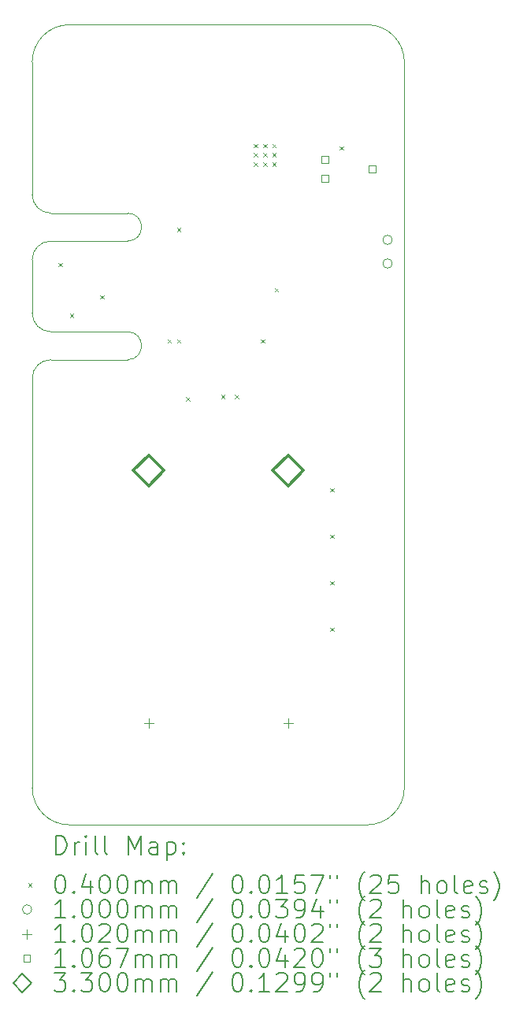
<source format=gbr>
%TF.GenerationSoftware,KiCad,Pcbnew,7.0.6*%
%TF.CreationDate,2023-11-18T03:16:52+01:00*%
%TF.ProjectId,LoRa_Sensor,4c6f5261-5f53-4656-9e73-6f722e6b6963,rev?*%
%TF.SameCoordinates,Original*%
%TF.FileFunction,Drillmap*%
%TF.FilePolarity,Positive*%
%FSLAX45Y45*%
G04 Gerber Fmt 4.5, Leading zero omitted, Abs format (unit mm)*
G04 Created by KiCad (PCBNEW 7.0.6) date 2023-11-18 03:16:52*
%MOMM*%
%LPD*%
G01*
G04 APERTURE LIST*
%ADD10C,0.100000*%
%ADD11C,0.200000*%
%ADD12C,0.040000*%
%ADD13C,0.102000*%
%ADD14C,0.106700*%
%ADD15C,0.330000*%
G04 APERTURE END LIST*
D10*
X9200000Y-7800000D02*
G75*
G03*
X9000000Y-8000000I0J-200000D01*
G01*
X9000000Y-7300000D02*
G75*
G03*
X9200000Y-7500000I200000J0D01*
G01*
X10025000Y-6525000D02*
G75*
G03*
X10025000Y-6225000I0J150000D01*
G01*
X9400000Y-4200000D02*
G75*
G03*
X9000000Y-4600000I0J-400000D01*
G01*
X9000000Y-6025000D02*
G75*
G03*
X9200000Y-6225000I200000J0D01*
G01*
X9000000Y-6025000D02*
X9000000Y-4600000D01*
X9000000Y-6725000D02*
X9000000Y-7300000D01*
X13000000Y-4600000D02*
X13000000Y-12400000D01*
X9000000Y-12400000D02*
G75*
G03*
X9400000Y-12800000I400000J0D01*
G01*
X9200000Y-6525000D02*
X10025000Y-6525000D01*
X9400000Y-4200000D02*
X12600000Y-4200000D01*
X12600000Y-12800000D02*
G75*
G03*
X13000000Y-12400000I0J400000D01*
G01*
X12600000Y-12800000D02*
X9400000Y-12800000D01*
X10025000Y-6225000D02*
X9200000Y-6225000D01*
X10025000Y-7800000D02*
G75*
G03*
X10025000Y-7500000I0J150000D01*
G01*
X9000000Y-12400000D02*
X9000000Y-8000000D01*
X10025000Y-7800000D02*
X9200000Y-7800000D01*
X9200000Y-7500000D02*
X10025000Y-7500000D01*
X9200000Y-6525000D02*
G75*
G03*
X9000000Y-6725000I0J-200000D01*
G01*
X13000000Y-4600000D02*
G75*
G03*
X12600000Y-4200000I-400000J0D01*
G01*
D11*
D12*
X9280000Y-6760000D02*
X9320000Y-6800000D01*
X9320000Y-6760000D02*
X9280000Y-6800000D01*
X9405000Y-7305000D02*
X9445000Y-7345000D01*
X9445000Y-7305000D02*
X9405000Y-7345000D01*
X9730000Y-7105000D02*
X9770000Y-7145000D01*
X9770000Y-7105000D02*
X9730000Y-7145000D01*
X10455000Y-7580000D02*
X10495000Y-7620000D01*
X10495000Y-7580000D02*
X10455000Y-7620000D01*
X10555000Y-6380000D02*
X10595000Y-6420000D01*
X10595000Y-6380000D02*
X10555000Y-6420000D01*
X10555000Y-7580000D02*
X10595000Y-7620000D01*
X10595000Y-7580000D02*
X10555000Y-7620000D01*
X10655000Y-8205000D02*
X10695000Y-8245000D01*
X10695000Y-8205000D02*
X10655000Y-8245000D01*
X11030000Y-8180000D02*
X11070000Y-8220000D01*
X11070000Y-8180000D02*
X11030000Y-8220000D01*
X11180000Y-8180000D02*
X11220000Y-8220000D01*
X11220000Y-8180000D02*
X11180000Y-8220000D01*
X11380000Y-5480000D02*
X11420000Y-5520000D01*
X11420000Y-5480000D02*
X11380000Y-5520000D01*
X11380000Y-5580000D02*
X11420000Y-5620000D01*
X11420000Y-5580000D02*
X11380000Y-5620000D01*
X11380000Y-5680000D02*
X11420000Y-5720000D01*
X11420000Y-5680000D02*
X11380000Y-5720000D01*
X11455000Y-7580000D02*
X11495000Y-7620000D01*
X11495000Y-7580000D02*
X11455000Y-7620000D01*
X11480000Y-5480000D02*
X11520000Y-5520000D01*
X11520000Y-5480000D02*
X11480000Y-5520000D01*
X11480000Y-5580000D02*
X11520000Y-5620000D01*
X11520000Y-5580000D02*
X11480000Y-5620000D01*
X11480000Y-5680000D02*
X11520000Y-5720000D01*
X11520000Y-5680000D02*
X11480000Y-5720000D01*
X11580000Y-5480000D02*
X11620000Y-5520000D01*
X11620000Y-5480000D02*
X11580000Y-5520000D01*
X11580000Y-5580000D02*
X11620000Y-5620000D01*
X11620000Y-5580000D02*
X11580000Y-5620000D01*
X11580000Y-5680000D02*
X11620000Y-5720000D01*
X11620000Y-5680000D02*
X11580000Y-5720000D01*
X11605000Y-7030000D02*
X11645000Y-7070000D01*
X11645000Y-7030000D02*
X11605000Y-7070000D01*
X12201250Y-9180000D02*
X12241250Y-9220000D01*
X12241250Y-9180000D02*
X12201250Y-9220000D01*
X12201250Y-10680000D02*
X12241250Y-10720000D01*
X12241250Y-10680000D02*
X12201250Y-10720000D01*
X12205000Y-9680000D02*
X12245000Y-9720000D01*
X12245000Y-9680000D02*
X12205000Y-9720000D01*
X12205000Y-10180000D02*
X12245000Y-10220000D01*
X12245000Y-10180000D02*
X12205000Y-10220000D01*
X12305000Y-5505000D02*
X12345000Y-5545000D01*
X12345000Y-5505000D02*
X12305000Y-5545000D01*
D10*
X12870000Y-6512500D02*
G75*
G03*
X12870000Y-6512500I-50000J0D01*
G01*
X12870000Y-6766500D02*
G75*
G03*
X12870000Y-6766500I-50000J0D01*
G01*
D13*
X10250500Y-11659000D02*
X10250500Y-11761000D01*
X10199500Y-11710000D02*
X10301500Y-11710000D01*
X11749500Y-11659000D02*
X11749500Y-11761000D01*
X11698500Y-11710000D02*
X11800500Y-11710000D01*
D14*
X12181724Y-5687724D02*
X12181724Y-5612275D01*
X12106275Y-5612275D01*
X12106275Y-5687724D01*
X12181724Y-5687724D01*
X12181724Y-5890924D02*
X12181724Y-5815475D01*
X12106275Y-5815475D01*
X12106275Y-5890924D01*
X12181724Y-5890924D01*
X12689724Y-5789324D02*
X12689724Y-5713875D01*
X12614275Y-5713875D01*
X12614275Y-5789324D01*
X12689724Y-5789324D01*
D15*
X10250500Y-9157000D02*
X10415500Y-8992000D01*
X10250500Y-8827000D01*
X10085500Y-8992000D01*
X10250500Y-9157000D01*
X11749500Y-9157000D02*
X11914500Y-8992000D01*
X11749500Y-8827000D01*
X11584500Y-8992000D01*
X11749500Y-9157000D01*
D11*
X9255777Y-13116484D02*
X9255777Y-12916484D01*
X9255777Y-12916484D02*
X9303396Y-12916484D01*
X9303396Y-12916484D02*
X9331967Y-12926008D01*
X9331967Y-12926008D02*
X9351015Y-12945055D01*
X9351015Y-12945055D02*
X9360539Y-12964103D01*
X9360539Y-12964103D02*
X9370063Y-13002198D01*
X9370063Y-13002198D02*
X9370063Y-13030769D01*
X9370063Y-13030769D02*
X9360539Y-13068865D01*
X9360539Y-13068865D02*
X9351015Y-13087912D01*
X9351015Y-13087912D02*
X9331967Y-13106960D01*
X9331967Y-13106960D02*
X9303396Y-13116484D01*
X9303396Y-13116484D02*
X9255777Y-13116484D01*
X9455777Y-13116484D02*
X9455777Y-12983150D01*
X9455777Y-13021246D02*
X9465301Y-13002198D01*
X9465301Y-13002198D02*
X9474824Y-12992674D01*
X9474824Y-12992674D02*
X9493872Y-12983150D01*
X9493872Y-12983150D02*
X9512920Y-12983150D01*
X9579586Y-13116484D02*
X9579586Y-12983150D01*
X9579586Y-12916484D02*
X9570063Y-12926008D01*
X9570063Y-12926008D02*
X9579586Y-12935531D01*
X9579586Y-12935531D02*
X9589110Y-12926008D01*
X9589110Y-12926008D02*
X9579586Y-12916484D01*
X9579586Y-12916484D02*
X9579586Y-12935531D01*
X9703396Y-13116484D02*
X9684348Y-13106960D01*
X9684348Y-13106960D02*
X9674824Y-13087912D01*
X9674824Y-13087912D02*
X9674824Y-12916484D01*
X9808158Y-13116484D02*
X9789110Y-13106960D01*
X9789110Y-13106960D02*
X9779586Y-13087912D01*
X9779586Y-13087912D02*
X9779586Y-12916484D01*
X10036729Y-13116484D02*
X10036729Y-12916484D01*
X10036729Y-12916484D02*
X10103396Y-13059341D01*
X10103396Y-13059341D02*
X10170063Y-12916484D01*
X10170063Y-12916484D02*
X10170063Y-13116484D01*
X10351015Y-13116484D02*
X10351015Y-13011722D01*
X10351015Y-13011722D02*
X10341491Y-12992674D01*
X10341491Y-12992674D02*
X10322444Y-12983150D01*
X10322444Y-12983150D02*
X10284348Y-12983150D01*
X10284348Y-12983150D02*
X10265301Y-12992674D01*
X10351015Y-13106960D02*
X10331967Y-13116484D01*
X10331967Y-13116484D02*
X10284348Y-13116484D01*
X10284348Y-13116484D02*
X10265301Y-13106960D01*
X10265301Y-13106960D02*
X10255777Y-13087912D01*
X10255777Y-13087912D02*
X10255777Y-13068865D01*
X10255777Y-13068865D02*
X10265301Y-13049817D01*
X10265301Y-13049817D02*
X10284348Y-13040293D01*
X10284348Y-13040293D02*
X10331967Y-13040293D01*
X10331967Y-13040293D02*
X10351015Y-13030769D01*
X10446253Y-12983150D02*
X10446253Y-13183150D01*
X10446253Y-12992674D02*
X10465301Y-12983150D01*
X10465301Y-12983150D02*
X10503396Y-12983150D01*
X10503396Y-12983150D02*
X10522444Y-12992674D01*
X10522444Y-12992674D02*
X10531967Y-13002198D01*
X10531967Y-13002198D02*
X10541491Y-13021246D01*
X10541491Y-13021246D02*
X10541491Y-13078388D01*
X10541491Y-13078388D02*
X10531967Y-13097436D01*
X10531967Y-13097436D02*
X10522444Y-13106960D01*
X10522444Y-13106960D02*
X10503396Y-13116484D01*
X10503396Y-13116484D02*
X10465301Y-13116484D01*
X10465301Y-13116484D02*
X10446253Y-13106960D01*
X10627205Y-13097436D02*
X10636729Y-13106960D01*
X10636729Y-13106960D02*
X10627205Y-13116484D01*
X10627205Y-13116484D02*
X10617682Y-13106960D01*
X10617682Y-13106960D02*
X10627205Y-13097436D01*
X10627205Y-13097436D02*
X10627205Y-13116484D01*
X10627205Y-12992674D02*
X10636729Y-13002198D01*
X10636729Y-13002198D02*
X10627205Y-13011722D01*
X10627205Y-13011722D02*
X10617682Y-13002198D01*
X10617682Y-13002198D02*
X10627205Y-12992674D01*
X10627205Y-12992674D02*
X10627205Y-13011722D01*
D12*
X8955000Y-13425000D02*
X8995000Y-13465000D01*
X8995000Y-13425000D02*
X8955000Y-13465000D01*
D11*
X9293872Y-13336484D02*
X9312920Y-13336484D01*
X9312920Y-13336484D02*
X9331967Y-13346008D01*
X9331967Y-13346008D02*
X9341491Y-13355531D01*
X9341491Y-13355531D02*
X9351015Y-13374579D01*
X9351015Y-13374579D02*
X9360539Y-13412674D01*
X9360539Y-13412674D02*
X9360539Y-13460293D01*
X9360539Y-13460293D02*
X9351015Y-13498388D01*
X9351015Y-13498388D02*
X9341491Y-13517436D01*
X9341491Y-13517436D02*
X9331967Y-13526960D01*
X9331967Y-13526960D02*
X9312920Y-13536484D01*
X9312920Y-13536484D02*
X9293872Y-13536484D01*
X9293872Y-13536484D02*
X9274824Y-13526960D01*
X9274824Y-13526960D02*
X9265301Y-13517436D01*
X9265301Y-13517436D02*
X9255777Y-13498388D01*
X9255777Y-13498388D02*
X9246253Y-13460293D01*
X9246253Y-13460293D02*
X9246253Y-13412674D01*
X9246253Y-13412674D02*
X9255777Y-13374579D01*
X9255777Y-13374579D02*
X9265301Y-13355531D01*
X9265301Y-13355531D02*
X9274824Y-13346008D01*
X9274824Y-13346008D02*
X9293872Y-13336484D01*
X9446253Y-13517436D02*
X9455777Y-13526960D01*
X9455777Y-13526960D02*
X9446253Y-13536484D01*
X9446253Y-13536484D02*
X9436729Y-13526960D01*
X9436729Y-13526960D02*
X9446253Y-13517436D01*
X9446253Y-13517436D02*
X9446253Y-13536484D01*
X9627205Y-13403150D02*
X9627205Y-13536484D01*
X9579586Y-13326960D02*
X9531967Y-13469817D01*
X9531967Y-13469817D02*
X9655777Y-13469817D01*
X9770063Y-13336484D02*
X9789110Y-13336484D01*
X9789110Y-13336484D02*
X9808158Y-13346008D01*
X9808158Y-13346008D02*
X9817682Y-13355531D01*
X9817682Y-13355531D02*
X9827205Y-13374579D01*
X9827205Y-13374579D02*
X9836729Y-13412674D01*
X9836729Y-13412674D02*
X9836729Y-13460293D01*
X9836729Y-13460293D02*
X9827205Y-13498388D01*
X9827205Y-13498388D02*
X9817682Y-13517436D01*
X9817682Y-13517436D02*
X9808158Y-13526960D01*
X9808158Y-13526960D02*
X9789110Y-13536484D01*
X9789110Y-13536484D02*
X9770063Y-13536484D01*
X9770063Y-13536484D02*
X9751015Y-13526960D01*
X9751015Y-13526960D02*
X9741491Y-13517436D01*
X9741491Y-13517436D02*
X9731967Y-13498388D01*
X9731967Y-13498388D02*
X9722444Y-13460293D01*
X9722444Y-13460293D02*
X9722444Y-13412674D01*
X9722444Y-13412674D02*
X9731967Y-13374579D01*
X9731967Y-13374579D02*
X9741491Y-13355531D01*
X9741491Y-13355531D02*
X9751015Y-13346008D01*
X9751015Y-13346008D02*
X9770063Y-13336484D01*
X9960539Y-13336484D02*
X9979586Y-13336484D01*
X9979586Y-13336484D02*
X9998634Y-13346008D01*
X9998634Y-13346008D02*
X10008158Y-13355531D01*
X10008158Y-13355531D02*
X10017682Y-13374579D01*
X10017682Y-13374579D02*
X10027205Y-13412674D01*
X10027205Y-13412674D02*
X10027205Y-13460293D01*
X10027205Y-13460293D02*
X10017682Y-13498388D01*
X10017682Y-13498388D02*
X10008158Y-13517436D01*
X10008158Y-13517436D02*
X9998634Y-13526960D01*
X9998634Y-13526960D02*
X9979586Y-13536484D01*
X9979586Y-13536484D02*
X9960539Y-13536484D01*
X9960539Y-13536484D02*
X9941491Y-13526960D01*
X9941491Y-13526960D02*
X9931967Y-13517436D01*
X9931967Y-13517436D02*
X9922444Y-13498388D01*
X9922444Y-13498388D02*
X9912920Y-13460293D01*
X9912920Y-13460293D02*
X9912920Y-13412674D01*
X9912920Y-13412674D02*
X9922444Y-13374579D01*
X9922444Y-13374579D02*
X9931967Y-13355531D01*
X9931967Y-13355531D02*
X9941491Y-13346008D01*
X9941491Y-13346008D02*
X9960539Y-13336484D01*
X10112920Y-13536484D02*
X10112920Y-13403150D01*
X10112920Y-13422198D02*
X10122444Y-13412674D01*
X10122444Y-13412674D02*
X10141491Y-13403150D01*
X10141491Y-13403150D02*
X10170063Y-13403150D01*
X10170063Y-13403150D02*
X10189110Y-13412674D01*
X10189110Y-13412674D02*
X10198634Y-13431722D01*
X10198634Y-13431722D02*
X10198634Y-13536484D01*
X10198634Y-13431722D02*
X10208158Y-13412674D01*
X10208158Y-13412674D02*
X10227205Y-13403150D01*
X10227205Y-13403150D02*
X10255777Y-13403150D01*
X10255777Y-13403150D02*
X10274825Y-13412674D01*
X10274825Y-13412674D02*
X10284348Y-13431722D01*
X10284348Y-13431722D02*
X10284348Y-13536484D01*
X10379586Y-13536484D02*
X10379586Y-13403150D01*
X10379586Y-13422198D02*
X10389110Y-13412674D01*
X10389110Y-13412674D02*
X10408158Y-13403150D01*
X10408158Y-13403150D02*
X10436729Y-13403150D01*
X10436729Y-13403150D02*
X10455777Y-13412674D01*
X10455777Y-13412674D02*
X10465301Y-13431722D01*
X10465301Y-13431722D02*
X10465301Y-13536484D01*
X10465301Y-13431722D02*
X10474825Y-13412674D01*
X10474825Y-13412674D02*
X10493872Y-13403150D01*
X10493872Y-13403150D02*
X10522444Y-13403150D01*
X10522444Y-13403150D02*
X10541491Y-13412674D01*
X10541491Y-13412674D02*
X10551015Y-13431722D01*
X10551015Y-13431722D02*
X10551015Y-13536484D01*
X10941491Y-13326960D02*
X10770063Y-13584103D01*
X11198634Y-13336484D02*
X11217682Y-13336484D01*
X11217682Y-13336484D02*
X11236729Y-13346008D01*
X11236729Y-13346008D02*
X11246253Y-13355531D01*
X11246253Y-13355531D02*
X11255777Y-13374579D01*
X11255777Y-13374579D02*
X11265301Y-13412674D01*
X11265301Y-13412674D02*
X11265301Y-13460293D01*
X11265301Y-13460293D02*
X11255777Y-13498388D01*
X11255777Y-13498388D02*
X11246253Y-13517436D01*
X11246253Y-13517436D02*
X11236729Y-13526960D01*
X11236729Y-13526960D02*
X11217682Y-13536484D01*
X11217682Y-13536484D02*
X11198634Y-13536484D01*
X11198634Y-13536484D02*
X11179587Y-13526960D01*
X11179587Y-13526960D02*
X11170063Y-13517436D01*
X11170063Y-13517436D02*
X11160539Y-13498388D01*
X11160539Y-13498388D02*
X11151015Y-13460293D01*
X11151015Y-13460293D02*
X11151015Y-13412674D01*
X11151015Y-13412674D02*
X11160539Y-13374579D01*
X11160539Y-13374579D02*
X11170063Y-13355531D01*
X11170063Y-13355531D02*
X11179587Y-13346008D01*
X11179587Y-13346008D02*
X11198634Y-13336484D01*
X11351015Y-13517436D02*
X11360539Y-13526960D01*
X11360539Y-13526960D02*
X11351015Y-13536484D01*
X11351015Y-13536484D02*
X11341491Y-13526960D01*
X11341491Y-13526960D02*
X11351015Y-13517436D01*
X11351015Y-13517436D02*
X11351015Y-13536484D01*
X11484348Y-13336484D02*
X11503396Y-13336484D01*
X11503396Y-13336484D02*
X11522444Y-13346008D01*
X11522444Y-13346008D02*
X11531967Y-13355531D01*
X11531967Y-13355531D02*
X11541491Y-13374579D01*
X11541491Y-13374579D02*
X11551015Y-13412674D01*
X11551015Y-13412674D02*
X11551015Y-13460293D01*
X11551015Y-13460293D02*
X11541491Y-13498388D01*
X11541491Y-13498388D02*
X11531967Y-13517436D01*
X11531967Y-13517436D02*
X11522444Y-13526960D01*
X11522444Y-13526960D02*
X11503396Y-13536484D01*
X11503396Y-13536484D02*
X11484348Y-13536484D01*
X11484348Y-13536484D02*
X11465301Y-13526960D01*
X11465301Y-13526960D02*
X11455777Y-13517436D01*
X11455777Y-13517436D02*
X11446253Y-13498388D01*
X11446253Y-13498388D02*
X11436729Y-13460293D01*
X11436729Y-13460293D02*
X11436729Y-13412674D01*
X11436729Y-13412674D02*
X11446253Y-13374579D01*
X11446253Y-13374579D02*
X11455777Y-13355531D01*
X11455777Y-13355531D02*
X11465301Y-13346008D01*
X11465301Y-13346008D02*
X11484348Y-13336484D01*
X11741491Y-13536484D02*
X11627206Y-13536484D01*
X11684348Y-13536484D02*
X11684348Y-13336484D01*
X11684348Y-13336484D02*
X11665301Y-13365055D01*
X11665301Y-13365055D02*
X11646253Y-13384103D01*
X11646253Y-13384103D02*
X11627206Y-13393627D01*
X11922444Y-13336484D02*
X11827206Y-13336484D01*
X11827206Y-13336484D02*
X11817682Y-13431722D01*
X11817682Y-13431722D02*
X11827206Y-13422198D01*
X11827206Y-13422198D02*
X11846253Y-13412674D01*
X11846253Y-13412674D02*
X11893872Y-13412674D01*
X11893872Y-13412674D02*
X11912920Y-13422198D01*
X11912920Y-13422198D02*
X11922444Y-13431722D01*
X11922444Y-13431722D02*
X11931967Y-13450769D01*
X11931967Y-13450769D02*
X11931967Y-13498388D01*
X11931967Y-13498388D02*
X11922444Y-13517436D01*
X11922444Y-13517436D02*
X11912920Y-13526960D01*
X11912920Y-13526960D02*
X11893872Y-13536484D01*
X11893872Y-13536484D02*
X11846253Y-13536484D01*
X11846253Y-13536484D02*
X11827206Y-13526960D01*
X11827206Y-13526960D02*
X11817682Y-13517436D01*
X11998634Y-13336484D02*
X12131967Y-13336484D01*
X12131967Y-13336484D02*
X12046253Y-13536484D01*
X12198634Y-13336484D02*
X12198634Y-13374579D01*
X12274825Y-13336484D02*
X12274825Y-13374579D01*
X12570063Y-13612674D02*
X12560539Y-13603150D01*
X12560539Y-13603150D02*
X12541491Y-13574579D01*
X12541491Y-13574579D02*
X12531968Y-13555531D01*
X12531968Y-13555531D02*
X12522444Y-13526960D01*
X12522444Y-13526960D02*
X12512920Y-13479341D01*
X12512920Y-13479341D02*
X12512920Y-13441246D01*
X12512920Y-13441246D02*
X12522444Y-13393627D01*
X12522444Y-13393627D02*
X12531968Y-13365055D01*
X12531968Y-13365055D02*
X12541491Y-13346008D01*
X12541491Y-13346008D02*
X12560539Y-13317436D01*
X12560539Y-13317436D02*
X12570063Y-13307912D01*
X12636729Y-13355531D02*
X12646253Y-13346008D01*
X12646253Y-13346008D02*
X12665301Y-13336484D01*
X12665301Y-13336484D02*
X12712920Y-13336484D01*
X12712920Y-13336484D02*
X12731968Y-13346008D01*
X12731968Y-13346008D02*
X12741491Y-13355531D01*
X12741491Y-13355531D02*
X12751015Y-13374579D01*
X12751015Y-13374579D02*
X12751015Y-13393627D01*
X12751015Y-13393627D02*
X12741491Y-13422198D01*
X12741491Y-13422198D02*
X12627206Y-13536484D01*
X12627206Y-13536484D02*
X12751015Y-13536484D01*
X12931968Y-13336484D02*
X12836729Y-13336484D01*
X12836729Y-13336484D02*
X12827206Y-13431722D01*
X12827206Y-13431722D02*
X12836729Y-13422198D01*
X12836729Y-13422198D02*
X12855777Y-13412674D01*
X12855777Y-13412674D02*
X12903396Y-13412674D01*
X12903396Y-13412674D02*
X12922444Y-13422198D01*
X12922444Y-13422198D02*
X12931968Y-13431722D01*
X12931968Y-13431722D02*
X12941491Y-13450769D01*
X12941491Y-13450769D02*
X12941491Y-13498388D01*
X12941491Y-13498388D02*
X12931968Y-13517436D01*
X12931968Y-13517436D02*
X12922444Y-13526960D01*
X12922444Y-13526960D02*
X12903396Y-13536484D01*
X12903396Y-13536484D02*
X12855777Y-13536484D01*
X12855777Y-13536484D02*
X12836729Y-13526960D01*
X12836729Y-13526960D02*
X12827206Y-13517436D01*
X13179587Y-13536484D02*
X13179587Y-13336484D01*
X13265301Y-13536484D02*
X13265301Y-13431722D01*
X13265301Y-13431722D02*
X13255777Y-13412674D01*
X13255777Y-13412674D02*
X13236730Y-13403150D01*
X13236730Y-13403150D02*
X13208158Y-13403150D01*
X13208158Y-13403150D02*
X13189110Y-13412674D01*
X13189110Y-13412674D02*
X13179587Y-13422198D01*
X13389110Y-13536484D02*
X13370063Y-13526960D01*
X13370063Y-13526960D02*
X13360539Y-13517436D01*
X13360539Y-13517436D02*
X13351015Y-13498388D01*
X13351015Y-13498388D02*
X13351015Y-13441246D01*
X13351015Y-13441246D02*
X13360539Y-13422198D01*
X13360539Y-13422198D02*
X13370063Y-13412674D01*
X13370063Y-13412674D02*
X13389110Y-13403150D01*
X13389110Y-13403150D02*
X13417682Y-13403150D01*
X13417682Y-13403150D02*
X13436730Y-13412674D01*
X13436730Y-13412674D02*
X13446253Y-13422198D01*
X13446253Y-13422198D02*
X13455777Y-13441246D01*
X13455777Y-13441246D02*
X13455777Y-13498388D01*
X13455777Y-13498388D02*
X13446253Y-13517436D01*
X13446253Y-13517436D02*
X13436730Y-13526960D01*
X13436730Y-13526960D02*
X13417682Y-13536484D01*
X13417682Y-13536484D02*
X13389110Y-13536484D01*
X13570063Y-13536484D02*
X13551015Y-13526960D01*
X13551015Y-13526960D02*
X13541491Y-13507912D01*
X13541491Y-13507912D02*
X13541491Y-13336484D01*
X13722444Y-13526960D02*
X13703396Y-13536484D01*
X13703396Y-13536484D02*
X13665301Y-13536484D01*
X13665301Y-13536484D02*
X13646253Y-13526960D01*
X13646253Y-13526960D02*
X13636730Y-13507912D01*
X13636730Y-13507912D02*
X13636730Y-13431722D01*
X13636730Y-13431722D02*
X13646253Y-13412674D01*
X13646253Y-13412674D02*
X13665301Y-13403150D01*
X13665301Y-13403150D02*
X13703396Y-13403150D01*
X13703396Y-13403150D02*
X13722444Y-13412674D01*
X13722444Y-13412674D02*
X13731968Y-13431722D01*
X13731968Y-13431722D02*
X13731968Y-13450769D01*
X13731968Y-13450769D02*
X13636730Y-13469817D01*
X13808158Y-13526960D02*
X13827206Y-13536484D01*
X13827206Y-13536484D02*
X13865301Y-13536484D01*
X13865301Y-13536484D02*
X13884349Y-13526960D01*
X13884349Y-13526960D02*
X13893872Y-13507912D01*
X13893872Y-13507912D02*
X13893872Y-13498388D01*
X13893872Y-13498388D02*
X13884349Y-13479341D01*
X13884349Y-13479341D02*
X13865301Y-13469817D01*
X13865301Y-13469817D02*
X13836730Y-13469817D01*
X13836730Y-13469817D02*
X13817682Y-13460293D01*
X13817682Y-13460293D02*
X13808158Y-13441246D01*
X13808158Y-13441246D02*
X13808158Y-13431722D01*
X13808158Y-13431722D02*
X13817682Y-13412674D01*
X13817682Y-13412674D02*
X13836730Y-13403150D01*
X13836730Y-13403150D02*
X13865301Y-13403150D01*
X13865301Y-13403150D02*
X13884349Y-13412674D01*
X13960539Y-13612674D02*
X13970063Y-13603150D01*
X13970063Y-13603150D02*
X13989111Y-13574579D01*
X13989111Y-13574579D02*
X13998634Y-13555531D01*
X13998634Y-13555531D02*
X14008158Y-13526960D01*
X14008158Y-13526960D02*
X14017682Y-13479341D01*
X14017682Y-13479341D02*
X14017682Y-13441246D01*
X14017682Y-13441246D02*
X14008158Y-13393627D01*
X14008158Y-13393627D02*
X13998634Y-13365055D01*
X13998634Y-13365055D02*
X13989111Y-13346008D01*
X13989111Y-13346008D02*
X13970063Y-13317436D01*
X13970063Y-13317436D02*
X13960539Y-13307912D01*
D10*
X8995000Y-13709000D02*
G75*
G03*
X8995000Y-13709000I-50000J0D01*
G01*
D11*
X9360539Y-13800484D02*
X9246253Y-13800484D01*
X9303396Y-13800484D02*
X9303396Y-13600484D01*
X9303396Y-13600484D02*
X9284348Y-13629055D01*
X9284348Y-13629055D02*
X9265301Y-13648103D01*
X9265301Y-13648103D02*
X9246253Y-13657627D01*
X9446253Y-13781436D02*
X9455777Y-13790960D01*
X9455777Y-13790960D02*
X9446253Y-13800484D01*
X9446253Y-13800484D02*
X9436729Y-13790960D01*
X9436729Y-13790960D02*
X9446253Y-13781436D01*
X9446253Y-13781436D02*
X9446253Y-13800484D01*
X9579586Y-13600484D02*
X9598634Y-13600484D01*
X9598634Y-13600484D02*
X9617682Y-13610008D01*
X9617682Y-13610008D02*
X9627205Y-13619531D01*
X9627205Y-13619531D02*
X9636729Y-13638579D01*
X9636729Y-13638579D02*
X9646253Y-13676674D01*
X9646253Y-13676674D02*
X9646253Y-13724293D01*
X9646253Y-13724293D02*
X9636729Y-13762388D01*
X9636729Y-13762388D02*
X9627205Y-13781436D01*
X9627205Y-13781436D02*
X9617682Y-13790960D01*
X9617682Y-13790960D02*
X9598634Y-13800484D01*
X9598634Y-13800484D02*
X9579586Y-13800484D01*
X9579586Y-13800484D02*
X9560539Y-13790960D01*
X9560539Y-13790960D02*
X9551015Y-13781436D01*
X9551015Y-13781436D02*
X9541491Y-13762388D01*
X9541491Y-13762388D02*
X9531967Y-13724293D01*
X9531967Y-13724293D02*
X9531967Y-13676674D01*
X9531967Y-13676674D02*
X9541491Y-13638579D01*
X9541491Y-13638579D02*
X9551015Y-13619531D01*
X9551015Y-13619531D02*
X9560539Y-13610008D01*
X9560539Y-13610008D02*
X9579586Y-13600484D01*
X9770063Y-13600484D02*
X9789110Y-13600484D01*
X9789110Y-13600484D02*
X9808158Y-13610008D01*
X9808158Y-13610008D02*
X9817682Y-13619531D01*
X9817682Y-13619531D02*
X9827205Y-13638579D01*
X9827205Y-13638579D02*
X9836729Y-13676674D01*
X9836729Y-13676674D02*
X9836729Y-13724293D01*
X9836729Y-13724293D02*
X9827205Y-13762388D01*
X9827205Y-13762388D02*
X9817682Y-13781436D01*
X9817682Y-13781436D02*
X9808158Y-13790960D01*
X9808158Y-13790960D02*
X9789110Y-13800484D01*
X9789110Y-13800484D02*
X9770063Y-13800484D01*
X9770063Y-13800484D02*
X9751015Y-13790960D01*
X9751015Y-13790960D02*
X9741491Y-13781436D01*
X9741491Y-13781436D02*
X9731967Y-13762388D01*
X9731967Y-13762388D02*
X9722444Y-13724293D01*
X9722444Y-13724293D02*
X9722444Y-13676674D01*
X9722444Y-13676674D02*
X9731967Y-13638579D01*
X9731967Y-13638579D02*
X9741491Y-13619531D01*
X9741491Y-13619531D02*
X9751015Y-13610008D01*
X9751015Y-13610008D02*
X9770063Y-13600484D01*
X9960539Y-13600484D02*
X9979586Y-13600484D01*
X9979586Y-13600484D02*
X9998634Y-13610008D01*
X9998634Y-13610008D02*
X10008158Y-13619531D01*
X10008158Y-13619531D02*
X10017682Y-13638579D01*
X10017682Y-13638579D02*
X10027205Y-13676674D01*
X10027205Y-13676674D02*
X10027205Y-13724293D01*
X10027205Y-13724293D02*
X10017682Y-13762388D01*
X10017682Y-13762388D02*
X10008158Y-13781436D01*
X10008158Y-13781436D02*
X9998634Y-13790960D01*
X9998634Y-13790960D02*
X9979586Y-13800484D01*
X9979586Y-13800484D02*
X9960539Y-13800484D01*
X9960539Y-13800484D02*
X9941491Y-13790960D01*
X9941491Y-13790960D02*
X9931967Y-13781436D01*
X9931967Y-13781436D02*
X9922444Y-13762388D01*
X9922444Y-13762388D02*
X9912920Y-13724293D01*
X9912920Y-13724293D02*
X9912920Y-13676674D01*
X9912920Y-13676674D02*
X9922444Y-13638579D01*
X9922444Y-13638579D02*
X9931967Y-13619531D01*
X9931967Y-13619531D02*
X9941491Y-13610008D01*
X9941491Y-13610008D02*
X9960539Y-13600484D01*
X10112920Y-13800484D02*
X10112920Y-13667150D01*
X10112920Y-13686198D02*
X10122444Y-13676674D01*
X10122444Y-13676674D02*
X10141491Y-13667150D01*
X10141491Y-13667150D02*
X10170063Y-13667150D01*
X10170063Y-13667150D02*
X10189110Y-13676674D01*
X10189110Y-13676674D02*
X10198634Y-13695722D01*
X10198634Y-13695722D02*
X10198634Y-13800484D01*
X10198634Y-13695722D02*
X10208158Y-13676674D01*
X10208158Y-13676674D02*
X10227205Y-13667150D01*
X10227205Y-13667150D02*
X10255777Y-13667150D01*
X10255777Y-13667150D02*
X10274825Y-13676674D01*
X10274825Y-13676674D02*
X10284348Y-13695722D01*
X10284348Y-13695722D02*
X10284348Y-13800484D01*
X10379586Y-13800484D02*
X10379586Y-13667150D01*
X10379586Y-13686198D02*
X10389110Y-13676674D01*
X10389110Y-13676674D02*
X10408158Y-13667150D01*
X10408158Y-13667150D02*
X10436729Y-13667150D01*
X10436729Y-13667150D02*
X10455777Y-13676674D01*
X10455777Y-13676674D02*
X10465301Y-13695722D01*
X10465301Y-13695722D02*
X10465301Y-13800484D01*
X10465301Y-13695722D02*
X10474825Y-13676674D01*
X10474825Y-13676674D02*
X10493872Y-13667150D01*
X10493872Y-13667150D02*
X10522444Y-13667150D01*
X10522444Y-13667150D02*
X10541491Y-13676674D01*
X10541491Y-13676674D02*
X10551015Y-13695722D01*
X10551015Y-13695722D02*
X10551015Y-13800484D01*
X10941491Y-13590960D02*
X10770063Y-13848103D01*
X11198634Y-13600484D02*
X11217682Y-13600484D01*
X11217682Y-13600484D02*
X11236729Y-13610008D01*
X11236729Y-13610008D02*
X11246253Y-13619531D01*
X11246253Y-13619531D02*
X11255777Y-13638579D01*
X11255777Y-13638579D02*
X11265301Y-13676674D01*
X11265301Y-13676674D02*
X11265301Y-13724293D01*
X11265301Y-13724293D02*
X11255777Y-13762388D01*
X11255777Y-13762388D02*
X11246253Y-13781436D01*
X11246253Y-13781436D02*
X11236729Y-13790960D01*
X11236729Y-13790960D02*
X11217682Y-13800484D01*
X11217682Y-13800484D02*
X11198634Y-13800484D01*
X11198634Y-13800484D02*
X11179587Y-13790960D01*
X11179587Y-13790960D02*
X11170063Y-13781436D01*
X11170063Y-13781436D02*
X11160539Y-13762388D01*
X11160539Y-13762388D02*
X11151015Y-13724293D01*
X11151015Y-13724293D02*
X11151015Y-13676674D01*
X11151015Y-13676674D02*
X11160539Y-13638579D01*
X11160539Y-13638579D02*
X11170063Y-13619531D01*
X11170063Y-13619531D02*
X11179587Y-13610008D01*
X11179587Y-13610008D02*
X11198634Y-13600484D01*
X11351015Y-13781436D02*
X11360539Y-13790960D01*
X11360539Y-13790960D02*
X11351015Y-13800484D01*
X11351015Y-13800484D02*
X11341491Y-13790960D01*
X11341491Y-13790960D02*
X11351015Y-13781436D01*
X11351015Y-13781436D02*
X11351015Y-13800484D01*
X11484348Y-13600484D02*
X11503396Y-13600484D01*
X11503396Y-13600484D02*
X11522444Y-13610008D01*
X11522444Y-13610008D02*
X11531967Y-13619531D01*
X11531967Y-13619531D02*
X11541491Y-13638579D01*
X11541491Y-13638579D02*
X11551015Y-13676674D01*
X11551015Y-13676674D02*
X11551015Y-13724293D01*
X11551015Y-13724293D02*
X11541491Y-13762388D01*
X11541491Y-13762388D02*
X11531967Y-13781436D01*
X11531967Y-13781436D02*
X11522444Y-13790960D01*
X11522444Y-13790960D02*
X11503396Y-13800484D01*
X11503396Y-13800484D02*
X11484348Y-13800484D01*
X11484348Y-13800484D02*
X11465301Y-13790960D01*
X11465301Y-13790960D02*
X11455777Y-13781436D01*
X11455777Y-13781436D02*
X11446253Y-13762388D01*
X11446253Y-13762388D02*
X11436729Y-13724293D01*
X11436729Y-13724293D02*
X11436729Y-13676674D01*
X11436729Y-13676674D02*
X11446253Y-13638579D01*
X11446253Y-13638579D02*
X11455777Y-13619531D01*
X11455777Y-13619531D02*
X11465301Y-13610008D01*
X11465301Y-13610008D02*
X11484348Y-13600484D01*
X11617682Y-13600484D02*
X11741491Y-13600484D01*
X11741491Y-13600484D02*
X11674825Y-13676674D01*
X11674825Y-13676674D02*
X11703396Y-13676674D01*
X11703396Y-13676674D02*
X11722444Y-13686198D01*
X11722444Y-13686198D02*
X11731967Y-13695722D01*
X11731967Y-13695722D02*
X11741491Y-13714769D01*
X11741491Y-13714769D02*
X11741491Y-13762388D01*
X11741491Y-13762388D02*
X11731967Y-13781436D01*
X11731967Y-13781436D02*
X11722444Y-13790960D01*
X11722444Y-13790960D02*
X11703396Y-13800484D01*
X11703396Y-13800484D02*
X11646253Y-13800484D01*
X11646253Y-13800484D02*
X11627206Y-13790960D01*
X11627206Y-13790960D02*
X11617682Y-13781436D01*
X11836729Y-13800484D02*
X11874825Y-13800484D01*
X11874825Y-13800484D02*
X11893872Y-13790960D01*
X11893872Y-13790960D02*
X11903396Y-13781436D01*
X11903396Y-13781436D02*
X11922444Y-13752865D01*
X11922444Y-13752865D02*
X11931967Y-13714769D01*
X11931967Y-13714769D02*
X11931967Y-13638579D01*
X11931967Y-13638579D02*
X11922444Y-13619531D01*
X11922444Y-13619531D02*
X11912920Y-13610008D01*
X11912920Y-13610008D02*
X11893872Y-13600484D01*
X11893872Y-13600484D02*
X11855777Y-13600484D01*
X11855777Y-13600484D02*
X11836729Y-13610008D01*
X11836729Y-13610008D02*
X11827206Y-13619531D01*
X11827206Y-13619531D02*
X11817682Y-13638579D01*
X11817682Y-13638579D02*
X11817682Y-13686198D01*
X11817682Y-13686198D02*
X11827206Y-13705246D01*
X11827206Y-13705246D02*
X11836729Y-13714769D01*
X11836729Y-13714769D02*
X11855777Y-13724293D01*
X11855777Y-13724293D02*
X11893872Y-13724293D01*
X11893872Y-13724293D02*
X11912920Y-13714769D01*
X11912920Y-13714769D02*
X11922444Y-13705246D01*
X11922444Y-13705246D02*
X11931967Y-13686198D01*
X12103396Y-13667150D02*
X12103396Y-13800484D01*
X12055777Y-13590960D02*
X12008158Y-13733817D01*
X12008158Y-13733817D02*
X12131967Y-13733817D01*
X12198634Y-13600484D02*
X12198634Y-13638579D01*
X12274825Y-13600484D02*
X12274825Y-13638579D01*
X12570063Y-13876674D02*
X12560539Y-13867150D01*
X12560539Y-13867150D02*
X12541491Y-13838579D01*
X12541491Y-13838579D02*
X12531968Y-13819531D01*
X12531968Y-13819531D02*
X12522444Y-13790960D01*
X12522444Y-13790960D02*
X12512920Y-13743341D01*
X12512920Y-13743341D02*
X12512920Y-13705246D01*
X12512920Y-13705246D02*
X12522444Y-13657627D01*
X12522444Y-13657627D02*
X12531968Y-13629055D01*
X12531968Y-13629055D02*
X12541491Y-13610008D01*
X12541491Y-13610008D02*
X12560539Y-13581436D01*
X12560539Y-13581436D02*
X12570063Y-13571912D01*
X12636729Y-13619531D02*
X12646253Y-13610008D01*
X12646253Y-13610008D02*
X12665301Y-13600484D01*
X12665301Y-13600484D02*
X12712920Y-13600484D01*
X12712920Y-13600484D02*
X12731968Y-13610008D01*
X12731968Y-13610008D02*
X12741491Y-13619531D01*
X12741491Y-13619531D02*
X12751015Y-13638579D01*
X12751015Y-13638579D02*
X12751015Y-13657627D01*
X12751015Y-13657627D02*
X12741491Y-13686198D01*
X12741491Y-13686198D02*
X12627206Y-13800484D01*
X12627206Y-13800484D02*
X12751015Y-13800484D01*
X12989110Y-13800484D02*
X12989110Y-13600484D01*
X13074825Y-13800484D02*
X13074825Y-13695722D01*
X13074825Y-13695722D02*
X13065301Y-13676674D01*
X13065301Y-13676674D02*
X13046253Y-13667150D01*
X13046253Y-13667150D02*
X13017682Y-13667150D01*
X13017682Y-13667150D02*
X12998634Y-13676674D01*
X12998634Y-13676674D02*
X12989110Y-13686198D01*
X13198634Y-13800484D02*
X13179587Y-13790960D01*
X13179587Y-13790960D02*
X13170063Y-13781436D01*
X13170063Y-13781436D02*
X13160539Y-13762388D01*
X13160539Y-13762388D02*
X13160539Y-13705246D01*
X13160539Y-13705246D02*
X13170063Y-13686198D01*
X13170063Y-13686198D02*
X13179587Y-13676674D01*
X13179587Y-13676674D02*
X13198634Y-13667150D01*
X13198634Y-13667150D02*
X13227206Y-13667150D01*
X13227206Y-13667150D02*
X13246253Y-13676674D01*
X13246253Y-13676674D02*
X13255777Y-13686198D01*
X13255777Y-13686198D02*
X13265301Y-13705246D01*
X13265301Y-13705246D02*
X13265301Y-13762388D01*
X13265301Y-13762388D02*
X13255777Y-13781436D01*
X13255777Y-13781436D02*
X13246253Y-13790960D01*
X13246253Y-13790960D02*
X13227206Y-13800484D01*
X13227206Y-13800484D02*
X13198634Y-13800484D01*
X13379587Y-13800484D02*
X13360539Y-13790960D01*
X13360539Y-13790960D02*
X13351015Y-13771912D01*
X13351015Y-13771912D02*
X13351015Y-13600484D01*
X13531968Y-13790960D02*
X13512920Y-13800484D01*
X13512920Y-13800484D02*
X13474825Y-13800484D01*
X13474825Y-13800484D02*
X13455777Y-13790960D01*
X13455777Y-13790960D02*
X13446253Y-13771912D01*
X13446253Y-13771912D02*
X13446253Y-13695722D01*
X13446253Y-13695722D02*
X13455777Y-13676674D01*
X13455777Y-13676674D02*
X13474825Y-13667150D01*
X13474825Y-13667150D02*
X13512920Y-13667150D01*
X13512920Y-13667150D02*
X13531968Y-13676674D01*
X13531968Y-13676674D02*
X13541491Y-13695722D01*
X13541491Y-13695722D02*
X13541491Y-13714769D01*
X13541491Y-13714769D02*
X13446253Y-13733817D01*
X13617682Y-13790960D02*
X13636730Y-13800484D01*
X13636730Y-13800484D02*
X13674825Y-13800484D01*
X13674825Y-13800484D02*
X13693872Y-13790960D01*
X13693872Y-13790960D02*
X13703396Y-13771912D01*
X13703396Y-13771912D02*
X13703396Y-13762388D01*
X13703396Y-13762388D02*
X13693872Y-13743341D01*
X13693872Y-13743341D02*
X13674825Y-13733817D01*
X13674825Y-13733817D02*
X13646253Y-13733817D01*
X13646253Y-13733817D02*
X13627206Y-13724293D01*
X13627206Y-13724293D02*
X13617682Y-13705246D01*
X13617682Y-13705246D02*
X13617682Y-13695722D01*
X13617682Y-13695722D02*
X13627206Y-13676674D01*
X13627206Y-13676674D02*
X13646253Y-13667150D01*
X13646253Y-13667150D02*
X13674825Y-13667150D01*
X13674825Y-13667150D02*
X13693872Y-13676674D01*
X13770063Y-13876674D02*
X13779587Y-13867150D01*
X13779587Y-13867150D02*
X13798634Y-13838579D01*
X13798634Y-13838579D02*
X13808158Y-13819531D01*
X13808158Y-13819531D02*
X13817682Y-13790960D01*
X13817682Y-13790960D02*
X13827206Y-13743341D01*
X13827206Y-13743341D02*
X13827206Y-13705246D01*
X13827206Y-13705246D02*
X13817682Y-13657627D01*
X13817682Y-13657627D02*
X13808158Y-13629055D01*
X13808158Y-13629055D02*
X13798634Y-13610008D01*
X13798634Y-13610008D02*
X13779587Y-13581436D01*
X13779587Y-13581436D02*
X13770063Y-13571912D01*
D13*
X8944000Y-13922000D02*
X8944000Y-14024000D01*
X8893000Y-13973000D02*
X8995000Y-13973000D01*
D11*
X9360539Y-14064484D02*
X9246253Y-14064484D01*
X9303396Y-14064484D02*
X9303396Y-13864484D01*
X9303396Y-13864484D02*
X9284348Y-13893055D01*
X9284348Y-13893055D02*
X9265301Y-13912103D01*
X9265301Y-13912103D02*
X9246253Y-13921627D01*
X9446253Y-14045436D02*
X9455777Y-14054960D01*
X9455777Y-14054960D02*
X9446253Y-14064484D01*
X9446253Y-14064484D02*
X9436729Y-14054960D01*
X9436729Y-14054960D02*
X9446253Y-14045436D01*
X9446253Y-14045436D02*
X9446253Y-14064484D01*
X9579586Y-13864484D02*
X9598634Y-13864484D01*
X9598634Y-13864484D02*
X9617682Y-13874008D01*
X9617682Y-13874008D02*
X9627205Y-13883531D01*
X9627205Y-13883531D02*
X9636729Y-13902579D01*
X9636729Y-13902579D02*
X9646253Y-13940674D01*
X9646253Y-13940674D02*
X9646253Y-13988293D01*
X9646253Y-13988293D02*
X9636729Y-14026388D01*
X9636729Y-14026388D02*
X9627205Y-14045436D01*
X9627205Y-14045436D02*
X9617682Y-14054960D01*
X9617682Y-14054960D02*
X9598634Y-14064484D01*
X9598634Y-14064484D02*
X9579586Y-14064484D01*
X9579586Y-14064484D02*
X9560539Y-14054960D01*
X9560539Y-14054960D02*
X9551015Y-14045436D01*
X9551015Y-14045436D02*
X9541491Y-14026388D01*
X9541491Y-14026388D02*
X9531967Y-13988293D01*
X9531967Y-13988293D02*
X9531967Y-13940674D01*
X9531967Y-13940674D02*
X9541491Y-13902579D01*
X9541491Y-13902579D02*
X9551015Y-13883531D01*
X9551015Y-13883531D02*
X9560539Y-13874008D01*
X9560539Y-13874008D02*
X9579586Y-13864484D01*
X9722444Y-13883531D02*
X9731967Y-13874008D01*
X9731967Y-13874008D02*
X9751015Y-13864484D01*
X9751015Y-13864484D02*
X9798634Y-13864484D01*
X9798634Y-13864484D02*
X9817682Y-13874008D01*
X9817682Y-13874008D02*
X9827205Y-13883531D01*
X9827205Y-13883531D02*
X9836729Y-13902579D01*
X9836729Y-13902579D02*
X9836729Y-13921627D01*
X9836729Y-13921627D02*
X9827205Y-13950198D01*
X9827205Y-13950198D02*
X9712920Y-14064484D01*
X9712920Y-14064484D02*
X9836729Y-14064484D01*
X9960539Y-13864484D02*
X9979586Y-13864484D01*
X9979586Y-13864484D02*
X9998634Y-13874008D01*
X9998634Y-13874008D02*
X10008158Y-13883531D01*
X10008158Y-13883531D02*
X10017682Y-13902579D01*
X10017682Y-13902579D02*
X10027205Y-13940674D01*
X10027205Y-13940674D02*
X10027205Y-13988293D01*
X10027205Y-13988293D02*
X10017682Y-14026388D01*
X10017682Y-14026388D02*
X10008158Y-14045436D01*
X10008158Y-14045436D02*
X9998634Y-14054960D01*
X9998634Y-14054960D02*
X9979586Y-14064484D01*
X9979586Y-14064484D02*
X9960539Y-14064484D01*
X9960539Y-14064484D02*
X9941491Y-14054960D01*
X9941491Y-14054960D02*
X9931967Y-14045436D01*
X9931967Y-14045436D02*
X9922444Y-14026388D01*
X9922444Y-14026388D02*
X9912920Y-13988293D01*
X9912920Y-13988293D02*
X9912920Y-13940674D01*
X9912920Y-13940674D02*
X9922444Y-13902579D01*
X9922444Y-13902579D02*
X9931967Y-13883531D01*
X9931967Y-13883531D02*
X9941491Y-13874008D01*
X9941491Y-13874008D02*
X9960539Y-13864484D01*
X10112920Y-14064484D02*
X10112920Y-13931150D01*
X10112920Y-13950198D02*
X10122444Y-13940674D01*
X10122444Y-13940674D02*
X10141491Y-13931150D01*
X10141491Y-13931150D02*
X10170063Y-13931150D01*
X10170063Y-13931150D02*
X10189110Y-13940674D01*
X10189110Y-13940674D02*
X10198634Y-13959722D01*
X10198634Y-13959722D02*
X10198634Y-14064484D01*
X10198634Y-13959722D02*
X10208158Y-13940674D01*
X10208158Y-13940674D02*
X10227205Y-13931150D01*
X10227205Y-13931150D02*
X10255777Y-13931150D01*
X10255777Y-13931150D02*
X10274825Y-13940674D01*
X10274825Y-13940674D02*
X10284348Y-13959722D01*
X10284348Y-13959722D02*
X10284348Y-14064484D01*
X10379586Y-14064484D02*
X10379586Y-13931150D01*
X10379586Y-13950198D02*
X10389110Y-13940674D01*
X10389110Y-13940674D02*
X10408158Y-13931150D01*
X10408158Y-13931150D02*
X10436729Y-13931150D01*
X10436729Y-13931150D02*
X10455777Y-13940674D01*
X10455777Y-13940674D02*
X10465301Y-13959722D01*
X10465301Y-13959722D02*
X10465301Y-14064484D01*
X10465301Y-13959722D02*
X10474825Y-13940674D01*
X10474825Y-13940674D02*
X10493872Y-13931150D01*
X10493872Y-13931150D02*
X10522444Y-13931150D01*
X10522444Y-13931150D02*
X10541491Y-13940674D01*
X10541491Y-13940674D02*
X10551015Y-13959722D01*
X10551015Y-13959722D02*
X10551015Y-14064484D01*
X10941491Y-13854960D02*
X10770063Y-14112103D01*
X11198634Y-13864484D02*
X11217682Y-13864484D01*
X11217682Y-13864484D02*
X11236729Y-13874008D01*
X11236729Y-13874008D02*
X11246253Y-13883531D01*
X11246253Y-13883531D02*
X11255777Y-13902579D01*
X11255777Y-13902579D02*
X11265301Y-13940674D01*
X11265301Y-13940674D02*
X11265301Y-13988293D01*
X11265301Y-13988293D02*
X11255777Y-14026388D01*
X11255777Y-14026388D02*
X11246253Y-14045436D01*
X11246253Y-14045436D02*
X11236729Y-14054960D01*
X11236729Y-14054960D02*
X11217682Y-14064484D01*
X11217682Y-14064484D02*
X11198634Y-14064484D01*
X11198634Y-14064484D02*
X11179587Y-14054960D01*
X11179587Y-14054960D02*
X11170063Y-14045436D01*
X11170063Y-14045436D02*
X11160539Y-14026388D01*
X11160539Y-14026388D02*
X11151015Y-13988293D01*
X11151015Y-13988293D02*
X11151015Y-13940674D01*
X11151015Y-13940674D02*
X11160539Y-13902579D01*
X11160539Y-13902579D02*
X11170063Y-13883531D01*
X11170063Y-13883531D02*
X11179587Y-13874008D01*
X11179587Y-13874008D02*
X11198634Y-13864484D01*
X11351015Y-14045436D02*
X11360539Y-14054960D01*
X11360539Y-14054960D02*
X11351015Y-14064484D01*
X11351015Y-14064484D02*
X11341491Y-14054960D01*
X11341491Y-14054960D02*
X11351015Y-14045436D01*
X11351015Y-14045436D02*
X11351015Y-14064484D01*
X11484348Y-13864484D02*
X11503396Y-13864484D01*
X11503396Y-13864484D02*
X11522444Y-13874008D01*
X11522444Y-13874008D02*
X11531967Y-13883531D01*
X11531967Y-13883531D02*
X11541491Y-13902579D01*
X11541491Y-13902579D02*
X11551015Y-13940674D01*
X11551015Y-13940674D02*
X11551015Y-13988293D01*
X11551015Y-13988293D02*
X11541491Y-14026388D01*
X11541491Y-14026388D02*
X11531967Y-14045436D01*
X11531967Y-14045436D02*
X11522444Y-14054960D01*
X11522444Y-14054960D02*
X11503396Y-14064484D01*
X11503396Y-14064484D02*
X11484348Y-14064484D01*
X11484348Y-14064484D02*
X11465301Y-14054960D01*
X11465301Y-14054960D02*
X11455777Y-14045436D01*
X11455777Y-14045436D02*
X11446253Y-14026388D01*
X11446253Y-14026388D02*
X11436729Y-13988293D01*
X11436729Y-13988293D02*
X11436729Y-13940674D01*
X11436729Y-13940674D02*
X11446253Y-13902579D01*
X11446253Y-13902579D02*
X11455777Y-13883531D01*
X11455777Y-13883531D02*
X11465301Y-13874008D01*
X11465301Y-13874008D02*
X11484348Y-13864484D01*
X11722444Y-13931150D02*
X11722444Y-14064484D01*
X11674825Y-13854960D02*
X11627206Y-13997817D01*
X11627206Y-13997817D02*
X11751015Y-13997817D01*
X11865301Y-13864484D02*
X11884348Y-13864484D01*
X11884348Y-13864484D02*
X11903396Y-13874008D01*
X11903396Y-13874008D02*
X11912920Y-13883531D01*
X11912920Y-13883531D02*
X11922444Y-13902579D01*
X11922444Y-13902579D02*
X11931967Y-13940674D01*
X11931967Y-13940674D02*
X11931967Y-13988293D01*
X11931967Y-13988293D02*
X11922444Y-14026388D01*
X11922444Y-14026388D02*
X11912920Y-14045436D01*
X11912920Y-14045436D02*
X11903396Y-14054960D01*
X11903396Y-14054960D02*
X11884348Y-14064484D01*
X11884348Y-14064484D02*
X11865301Y-14064484D01*
X11865301Y-14064484D02*
X11846253Y-14054960D01*
X11846253Y-14054960D02*
X11836729Y-14045436D01*
X11836729Y-14045436D02*
X11827206Y-14026388D01*
X11827206Y-14026388D02*
X11817682Y-13988293D01*
X11817682Y-13988293D02*
X11817682Y-13940674D01*
X11817682Y-13940674D02*
X11827206Y-13902579D01*
X11827206Y-13902579D02*
X11836729Y-13883531D01*
X11836729Y-13883531D02*
X11846253Y-13874008D01*
X11846253Y-13874008D02*
X11865301Y-13864484D01*
X12008158Y-13883531D02*
X12017682Y-13874008D01*
X12017682Y-13874008D02*
X12036729Y-13864484D01*
X12036729Y-13864484D02*
X12084348Y-13864484D01*
X12084348Y-13864484D02*
X12103396Y-13874008D01*
X12103396Y-13874008D02*
X12112920Y-13883531D01*
X12112920Y-13883531D02*
X12122444Y-13902579D01*
X12122444Y-13902579D02*
X12122444Y-13921627D01*
X12122444Y-13921627D02*
X12112920Y-13950198D01*
X12112920Y-13950198D02*
X11998634Y-14064484D01*
X11998634Y-14064484D02*
X12122444Y-14064484D01*
X12198634Y-13864484D02*
X12198634Y-13902579D01*
X12274825Y-13864484D02*
X12274825Y-13902579D01*
X12570063Y-14140674D02*
X12560539Y-14131150D01*
X12560539Y-14131150D02*
X12541491Y-14102579D01*
X12541491Y-14102579D02*
X12531968Y-14083531D01*
X12531968Y-14083531D02*
X12522444Y-14054960D01*
X12522444Y-14054960D02*
X12512920Y-14007341D01*
X12512920Y-14007341D02*
X12512920Y-13969246D01*
X12512920Y-13969246D02*
X12522444Y-13921627D01*
X12522444Y-13921627D02*
X12531968Y-13893055D01*
X12531968Y-13893055D02*
X12541491Y-13874008D01*
X12541491Y-13874008D02*
X12560539Y-13845436D01*
X12560539Y-13845436D02*
X12570063Y-13835912D01*
X12636729Y-13883531D02*
X12646253Y-13874008D01*
X12646253Y-13874008D02*
X12665301Y-13864484D01*
X12665301Y-13864484D02*
X12712920Y-13864484D01*
X12712920Y-13864484D02*
X12731968Y-13874008D01*
X12731968Y-13874008D02*
X12741491Y-13883531D01*
X12741491Y-13883531D02*
X12751015Y-13902579D01*
X12751015Y-13902579D02*
X12751015Y-13921627D01*
X12751015Y-13921627D02*
X12741491Y-13950198D01*
X12741491Y-13950198D02*
X12627206Y-14064484D01*
X12627206Y-14064484D02*
X12751015Y-14064484D01*
X12989110Y-14064484D02*
X12989110Y-13864484D01*
X13074825Y-14064484D02*
X13074825Y-13959722D01*
X13074825Y-13959722D02*
X13065301Y-13940674D01*
X13065301Y-13940674D02*
X13046253Y-13931150D01*
X13046253Y-13931150D02*
X13017682Y-13931150D01*
X13017682Y-13931150D02*
X12998634Y-13940674D01*
X12998634Y-13940674D02*
X12989110Y-13950198D01*
X13198634Y-14064484D02*
X13179587Y-14054960D01*
X13179587Y-14054960D02*
X13170063Y-14045436D01*
X13170063Y-14045436D02*
X13160539Y-14026388D01*
X13160539Y-14026388D02*
X13160539Y-13969246D01*
X13160539Y-13969246D02*
X13170063Y-13950198D01*
X13170063Y-13950198D02*
X13179587Y-13940674D01*
X13179587Y-13940674D02*
X13198634Y-13931150D01*
X13198634Y-13931150D02*
X13227206Y-13931150D01*
X13227206Y-13931150D02*
X13246253Y-13940674D01*
X13246253Y-13940674D02*
X13255777Y-13950198D01*
X13255777Y-13950198D02*
X13265301Y-13969246D01*
X13265301Y-13969246D02*
X13265301Y-14026388D01*
X13265301Y-14026388D02*
X13255777Y-14045436D01*
X13255777Y-14045436D02*
X13246253Y-14054960D01*
X13246253Y-14054960D02*
X13227206Y-14064484D01*
X13227206Y-14064484D02*
X13198634Y-14064484D01*
X13379587Y-14064484D02*
X13360539Y-14054960D01*
X13360539Y-14054960D02*
X13351015Y-14035912D01*
X13351015Y-14035912D02*
X13351015Y-13864484D01*
X13531968Y-14054960D02*
X13512920Y-14064484D01*
X13512920Y-14064484D02*
X13474825Y-14064484D01*
X13474825Y-14064484D02*
X13455777Y-14054960D01*
X13455777Y-14054960D02*
X13446253Y-14035912D01*
X13446253Y-14035912D02*
X13446253Y-13959722D01*
X13446253Y-13959722D02*
X13455777Y-13940674D01*
X13455777Y-13940674D02*
X13474825Y-13931150D01*
X13474825Y-13931150D02*
X13512920Y-13931150D01*
X13512920Y-13931150D02*
X13531968Y-13940674D01*
X13531968Y-13940674D02*
X13541491Y-13959722D01*
X13541491Y-13959722D02*
X13541491Y-13978769D01*
X13541491Y-13978769D02*
X13446253Y-13997817D01*
X13617682Y-14054960D02*
X13636730Y-14064484D01*
X13636730Y-14064484D02*
X13674825Y-14064484D01*
X13674825Y-14064484D02*
X13693872Y-14054960D01*
X13693872Y-14054960D02*
X13703396Y-14035912D01*
X13703396Y-14035912D02*
X13703396Y-14026388D01*
X13703396Y-14026388D02*
X13693872Y-14007341D01*
X13693872Y-14007341D02*
X13674825Y-13997817D01*
X13674825Y-13997817D02*
X13646253Y-13997817D01*
X13646253Y-13997817D02*
X13627206Y-13988293D01*
X13627206Y-13988293D02*
X13617682Y-13969246D01*
X13617682Y-13969246D02*
X13617682Y-13959722D01*
X13617682Y-13959722D02*
X13627206Y-13940674D01*
X13627206Y-13940674D02*
X13646253Y-13931150D01*
X13646253Y-13931150D02*
X13674825Y-13931150D01*
X13674825Y-13931150D02*
X13693872Y-13940674D01*
X13770063Y-14140674D02*
X13779587Y-14131150D01*
X13779587Y-14131150D02*
X13798634Y-14102579D01*
X13798634Y-14102579D02*
X13808158Y-14083531D01*
X13808158Y-14083531D02*
X13817682Y-14054960D01*
X13817682Y-14054960D02*
X13827206Y-14007341D01*
X13827206Y-14007341D02*
X13827206Y-13969246D01*
X13827206Y-13969246D02*
X13817682Y-13921627D01*
X13817682Y-13921627D02*
X13808158Y-13893055D01*
X13808158Y-13893055D02*
X13798634Y-13874008D01*
X13798634Y-13874008D02*
X13779587Y-13845436D01*
X13779587Y-13845436D02*
X13770063Y-13835912D01*
D14*
X8979375Y-14274724D02*
X8979375Y-14199275D01*
X8903926Y-14199275D01*
X8903926Y-14274724D01*
X8979375Y-14274724D01*
D11*
X9360539Y-14328484D02*
X9246253Y-14328484D01*
X9303396Y-14328484D02*
X9303396Y-14128484D01*
X9303396Y-14128484D02*
X9284348Y-14157055D01*
X9284348Y-14157055D02*
X9265301Y-14176103D01*
X9265301Y-14176103D02*
X9246253Y-14185627D01*
X9446253Y-14309436D02*
X9455777Y-14318960D01*
X9455777Y-14318960D02*
X9446253Y-14328484D01*
X9446253Y-14328484D02*
X9436729Y-14318960D01*
X9436729Y-14318960D02*
X9446253Y-14309436D01*
X9446253Y-14309436D02*
X9446253Y-14328484D01*
X9579586Y-14128484D02*
X9598634Y-14128484D01*
X9598634Y-14128484D02*
X9617682Y-14138008D01*
X9617682Y-14138008D02*
X9627205Y-14147531D01*
X9627205Y-14147531D02*
X9636729Y-14166579D01*
X9636729Y-14166579D02*
X9646253Y-14204674D01*
X9646253Y-14204674D02*
X9646253Y-14252293D01*
X9646253Y-14252293D02*
X9636729Y-14290388D01*
X9636729Y-14290388D02*
X9627205Y-14309436D01*
X9627205Y-14309436D02*
X9617682Y-14318960D01*
X9617682Y-14318960D02*
X9598634Y-14328484D01*
X9598634Y-14328484D02*
X9579586Y-14328484D01*
X9579586Y-14328484D02*
X9560539Y-14318960D01*
X9560539Y-14318960D02*
X9551015Y-14309436D01*
X9551015Y-14309436D02*
X9541491Y-14290388D01*
X9541491Y-14290388D02*
X9531967Y-14252293D01*
X9531967Y-14252293D02*
X9531967Y-14204674D01*
X9531967Y-14204674D02*
X9541491Y-14166579D01*
X9541491Y-14166579D02*
X9551015Y-14147531D01*
X9551015Y-14147531D02*
X9560539Y-14138008D01*
X9560539Y-14138008D02*
X9579586Y-14128484D01*
X9817682Y-14128484D02*
X9779586Y-14128484D01*
X9779586Y-14128484D02*
X9760539Y-14138008D01*
X9760539Y-14138008D02*
X9751015Y-14147531D01*
X9751015Y-14147531D02*
X9731967Y-14176103D01*
X9731967Y-14176103D02*
X9722444Y-14214198D01*
X9722444Y-14214198D02*
X9722444Y-14290388D01*
X9722444Y-14290388D02*
X9731967Y-14309436D01*
X9731967Y-14309436D02*
X9741491Y-14318960D01*
X9741491Y-14318960D02*
X9760539Y-14328484D01*
X9760539Y-14328484D02*
X9798634Y-14328484D01*
X9798634Y-14328484D02*
X9817682Y-14318960D01*
X9817682Y-14318960D02*
X9827205Y-14309436D01*
X9827205Y-14309436D02*
X9836729Y-14290388D01*
X9836729Y-14290388D02*
X9836729Y-14242769D01*
X9836729Y-14242769D02*
X9827205Y-14223722D01*
X9827205Y-14223722D02*
X9817682Y-14214198D01*
X9817682Y-14214198D02*
X9798634Y-14204674D01*
X9798634Y-14204674D02*
X9760539Y-14204674D01*
X9760539Y-14204674D02*
X9741491Y-14214198D01*
X9741491Y-14214198D02*
X9731967Y-14223722D01*
X9731967Y-14223722D02*
X9722444Y-14242769D01*
X9903396Y-14128484D02*
X10036729Y-14128484D01*
X10036729Y-14128484D02*
X9951015Y-14328484D01*
X10112920Y-14328484D02*
X10112920Y-14195150D01*
X10112920Y-14214198D02*
X10122444Y-14204674D01*
X10122444Y-14204674D02*
X10141491Y-14195150D01*
X10141491Y-14195150D02*
X10170063Y-14195150D01*
X10170063Y-14195150D02*
X10189110Y-14204674D01*
X10189110Y-14204674D02*
X10198634Y-14223722D01*
X10198634Y-14223722D02*
X10198634Y-14328484D01*
X10198634Y-14223722D02*
X10208158Y-14204674D01*
X10208158Y-14204674D02*
X10227205Y-14195150D01*
X10227205Y-14195150D02*
X10255777Y-14195150D01*
X10255777Y-14195150D02*
X10274825Y-14204674D01*
X10274825Y-14204674D02*
X10284348Y-14223722D01*
X10284348Y-14223722D02*
X10284348Y-14328484D01*
X10379586Y-14328484D02*
X10379586Y-14195150D01*
X10379586Y-14214198D02*
X10389110Y-14204674D01*
X10389110Y-14204674D02*
X10408158Y-14195150D01*
X10408158Y-14195150D02*
X10436729Y-14195150D01*
X10436729Y-14195150D02*
X10455777Y-14204674D01*
X10455777Y-14204674D02*
X10465301Y-14223722D01*
X10465301Y-14223722D02*
X10465301Y-14328484D01*
X10465301Y-14223722D02*
X10474825Y-14204674D01*
X10474825Y-14204674D02*
X10493872Y-14195150D01*
X10493872Y-14195150D02*
X10522444Y-14195150D01*
X10522444Y-14195150D02*
X10541491Y-14204674D01*
X10541491Y-14204674D02*
X10551015Y-14223722D01*
X10551015Y-14223722D02*
X10551015Y-14328484D01*
X10941491Y-14118960D02*
X10770063Y-14376103D01*
X11198634Y-14128484D02*
X11217682Y-14128484D01*
X11217682Y-14128484D02*
X11236729Y-14138008D01*
X11236729Y-14138008D02*
X11246253Y-14147531D01*
X11246253Y-14147531D02*
X11255777Y-14166579D01*
X11255777Y-14166579D02*
X11265301Y-14204674D01*
X11265301Y-14204674D02*
X11265301Y-14252293D01*
X11265301Y-14252293D02*
X11255777Y-14290388D01*
X11255777Y-14290388D02*
X11246253Y-14309436D01*
X11246253Y-14309436D02*
X11236729Y-14318960D01*
X11236729Y-14318960D02*
X11217682Y-14328484D01*
X11217682Y-14328484D02*
X11198634Y-14328484D01*
X11198634Y-14328484D02*
X11179587Y-14318960D01*
X11179587Y-14318960D02*
X11170063Y-14309436D01*
X11170063Y-14309436D02*
X11160539Y-14290388D01*
X11160539Y-14290388D02*
X11151015Y-14252293D01*
X11151015Y-14252293D02*
X11151015Y-14204674D01*
X11151015Y-14204674D02*
X11160539Y-14166579D01*
X11160539Y-14166579D02*
X11170063Y-14147531D01*
X11170063Y-14147531D02*
X11179587Y-14138008D01*
X11179587Y-14138008D02*
X11198634Y-14128484D01*
X11351015Y-14309436D02*
X11360539Y-14318960D01*
X11360539Y-14318960D02*
X11351015Y-14328484D01*
X11351015Y-14328484D02*
X11341491Y-14318960D01*
X11341491Y-14318960D02*
X11351015Y-14309436D01*
X11351015Y-14309436D02*
X11351015Y-14328484D01*
X11484348Y-14128484D02*
X11503396Y-14128484D01*
X11503396Y-14128484D02*
X11522444Y-14138008D01*
X11522444Y-14138008D02*
X11531967Y-14147531D01*
X11531967Y-14147531D02*
X11541491Y-14166579D01*
X11541491Y-14166579D02*
X11551015Y-14204674D01*
X11551015Y-14204674D02*
X11551015Y-14252293D01*
X11551015Y-14252293D02*
X11541491Y-14290388D01*
X11541491Y-14290388D02*
X11531967Y-14309436D01*
X11531967Y-14309436D02*
X11522444Y-14318960D01*
X11522444Y-14318960D02*
X11503396Y-14328484D01*
X11503396Y-14328484D02*
X11484348Y-14328484D01*
X11484348Y-14328484D02*
X11465301Y-14318960D01*
X11465301Y-14318960D02*
X11455777Y-14309436D01*
X11455777Y-14309436D02*
X11446253Y-14290388D01*
X11446253Y-14290388D02*
X11436729Y-14252293D01*
X11436729Y-14252293D02*
X11436729Y-14204674D01*
X11436729Y-14204674D02*
X11446253Y-14166579D01*
X11446253Y-14166579D02*
X11455777Y-14147531D01*
X11455777Y-14147531D02*
X11465301Y-14138008D01*
X11465301Y-14138008D02*
X11484348Y-14128484D01*
X11722444Y-14195150D02*
X11722444Y-14328484D01*
X11674825Y-14118960D02*
X11627206Y-14261817D01*
X11627206Y-14261817D02*
X11751015Y-14261817D01*
X11817682Y-14147531D02*
X11827206Y-14138008D01*
X11827206Y-14138008D02*
X11846253Y-14128484D01*
X11846253Y-14128484D02*
X11893872Y-14128484D01*
X11893872Y-14128484D02*
X11912920Y-14138008D01*
X11912920Y-14138008D02*
X11922444Y-14147531D01*
X11922444Y-14147531D02*
X11931967Y-14166579D01*
X11931967Y-14166579D02*
X11931967Y-14185627D01*
X11931967Y-14185627D02*
X11922444Y-14214198D01*
X11922444Y-14214198D02*
X11808158Y-14328484D01*
X11808158Y-14328484D02*
X11931967Y-14328484D01*
X12055777Y-14128484D02*
X12074825Y-14128484D01*
X12074825Y-14128484D02*
X12093872Y-14138008D01*
X12093872Y-14138008D02*
X12103396Y-14147531D01*
X12103396Y-14147531D02*
X12112920Y-14166579D01*
X12112920Y-14166579D02*
X12122444Y-14204674D01*
X12122444Y-14204674D02*
X12122444Y-14252293D01*
X12122444Y-14252293D02*
X12112920Y-14290388D01*
X12112920Y-14290388D02*
X12103396Y-14309436D01*
X12103396Y-14309436D02*
X12093872Y-14318960D01*
X12093872Y-14318960D02*
X12074825Y-14328484D01*
X12074825Y-14328484D02*
X12055777Y-14328484D01*
X12055777Y-14328484D02*
X12036729Y-14318960D01*
X12036729Y-14318960D02*
X12027206Y-14309436D01*
X12027206Y-14309436D02*
X12017682Y-14290388D01*
X12017682Y-14290388D02*
X12008158Y-14252293D01*
X12008158Y-14252293D02*
X12008158Y-14204674D01*
X12008158Y-14204674D02*
X12017682Y-14166579D01*
X12017682Y-14166579D02*
X12027206Y-14147531D01*
X12027206Y-14147531D02*
X12036729Y-14138008D01*
X12036729Y-14138008D02*
X12055777Y-14128484D01*
X12198634Y-14128484D02*
X12198634Y-14166579D01*
X12274825Y-14128484D02*
X12274825Y-14166579D01*
X12570063Y-14404674D02*
X12560539Y-14395150D01*
X12560539Y-14395150D02*
X12541491Y-14366579D01*
X12541491Y-14366579D02*
X12531968Y-14347531D01*
X12531968Y-14347531D02*
X12522444Y-14318960D01*
X12522444Y-14318960D02*
X12512920Y-14271341D01*
X12512920Y-14271341D02*
X12512920Y-14233246D01*
X12512920Y-14233246D02*
X12522444Y-14185627D01*
X12522444Y-14185627D02*
X12531968Y-14157055D01*
X12531968Y-14157055D02*
X12541491Y-14138008D01*
X12541491Y-14138008D02*
X12560539Y-14109436D01*
X12560539Y-14109436D02*
X12570063Y-14099912D01*
X12627206Y-14128484D02*
X12751015Y-14128484D01*
X12751015Y-14128484D02*
X12684348Y-14204674D01*
X12684348Y-14204674D02*
X12712920Y-14204674D01*
X12712920Y-14204674D02*
X12731968Y-14214198D01*
X12731968Y-14214198D02*
X12741491Y-14223722D01*
X12741491Y-14223722D02*
X12751015Y-14242769D01*
X12751015Y-14242769D02*
X12751015Y-14290388D01*
X12751015Y-14290388D02*
X12741491Y-14309436D01*
X12741491Y-14309436D02*
X12731968Y-14318960D01*
X12731968Y-14318960D02*
X12712920Y-14328484D01*
X12712920Y-14328484D02*
X12655777Y-14328484D01*
X12655777Y-14328484D02*
X12636729Y-14318960D01*
X12636729Y-14318960D02*
X12627206Y-14309436D01*
X12989110Y-14328484D02*
X12989110Y-14128484D01*
X13074825Y-14328484D02*
X13074825Y-14223722D01*
X13074825Y-14223722D02*
X13065301Y-14204674D01*
X13065301Y-14204674D02*
X13046253Y-14195150D01*
X13046253Y-14195150D02*
X13017682Y-14195150D01*
X13017682Y-14195150D02*
X12998634Y-14204674D01*
X12998634Y-14204674D02*
X12989110Y-14214198D01*
X13198634Y-14328484D02*
X13179587Y-14318960D01*
X13179587Y-14318960D02*
X13170063Y-14309436D01*
X13170063Y-14309436D02*
X13160539Y-14290388D01*
X13160539Y-14290388D02*
X13160539Y-14233246D01*
X13160539Y-14233246D02*
X13170063Y-14214198D01*
X13170063Y-14214198D02*
X13179587Y-14204674D01*
X13179587Y-14204674D02*
X13198634Y-14195150D01*
X13198634Y-14195150D02*
X13227206Y-14195150D01*
X13227206Y-14195150D02*
X13246253Y-14204674D01*
X13246253Y-14204674D02*
X13255777Y-14214198D01*
X13255777Y-14214198D02*
X13265301Y-14233246D01*
X13265301Y-14233246D02*
X13265301Y-14290388D01*
X13265301Y-14290388D02*
X13255777Y-14309436D01*
X13255777Y-14309436D02*
X13246253Y-14318960D01*
X13246253Y-14318960D02*
X13227206Y-14328484D01*
X13227206Y-14328484D02*
X13198634Y-14328484D01*
X13379587Y-14328484D02*
X13360539Y-14318960D01*
X13360539Y-14318960D02*
X13351015Y-14299912D01*
X13351015Y-14299912D02*
X13351015Y-14128484D01*
X13531968Y-14318960D02*
X13512920Y-14328484D01*
X13512920Y-14328484D02*
X13474825Y-14328484D01*
X13474825Y-14328484D02*
X13455777Y-14318960D01*
X13455777Y-14318960D02*
X13446253Y-14299912D01*
X13446253Y-14299912D02*
X13446253Y-14223722D01*
X13446253Y-14223722D02*
X13455777Y-14204674D01*
X13455777Y-14204674D02*
X13474825Y-14195150D01*
X13474825Y-14195150D02*
X13512920Y-14195150D01*
X13512920Y-14195150D02*
X13531968Y-14204674D01*
X13531968Y-14204674D02*
X13541491Y-14223722D01*
X13541491Y-14223722D02*
X13541491Y-14242769D01*
X13541491Y-14242769D02*
X13446253Y-14261817D01*
X13617682Y-14318960D02*
X13636730Y-14328484D01*
X13636730Y-14328484D02*
X13674825Y-14328484D01*
X13674825Y-14328484D02*
X13693872Y-14318960D01*
X13693872Y-14318960D02*
X13703396Y-14299912D01*
X13703396Y-14299912D02*
X13703396Y-14290388D01*
X13703396Y-14290388D02*
X13693872Y-14271341D01*
X13693872Y-14271341D02*
X13674825Y-14261817D01*
X13674825Y-14261817D02*
X13646253Y-14261817D01*
X13646253Y-14261817D02*
X13627206Y-14252293D01*
X13627206Y-14252293D02*
X13617682Y-14233246D01*
X13617682Y-14233246D02*
X13617682Y-14223722D01*
X13617682Y-14223722D02*
X13627206Y-14204674D01*
X13627206Y-14204674D02*
X13646253Y-14195150D01*
X13646253Y-14195150D02*
X13674825Y-14195150D01*
X13674825Y-14195150D02*
X13693872Y-14204674D01*
X13770063Y-14404674D02*
X13779587Y-14395150D01*
X13779587Y-14395150D02*
X13798634Y-14366579D01*
X13798634Y-14366579D02*
X13808158Y-14347531D01*
X13808158Y-14347531D02*
X13817682Y-14318960D01*
X13817682Y-14318960D02*
X13827206Y-14271341D01*
X13827206Y-14271341D02*
X13827206Y-14233246D01*
X13827206Y-14233246D02*
X13817682Y-14185627D01*
X13817682Y-14185627D02*
X13808158Y-14157055D01*
X13808158Y-14157055D02*
X13798634Y-14138008D01*
X13798634Y-14138008D02*
X13779587Y-14109436D01*
X13779587Y-14109436D02*
X13770063Y-14099912D01*
X8895000Y-14601000D02*
X8995000Y-14501000D01*
X8895000Y-14401000D01*
X8795000Y-14501000D01*
X8895000Y-14601000D01*
X9236729Y-14392484D02*
X9360539Y-14392484D01*
X9360539Y-14392484D02*
X9293872Y-14468674D01*
X9293872Y-14468674D02*
X9322444Y-14468674D01*
X9322444Y-14468674D02*
X9341491Y-14478198D01*
X9341491Y-14478198D02*
X9351015Y-14487722D01*
X9351015Y-14487722D02*
X9360539Y-14506769D01*
X9360539Y-14506769D02*
X9360539Y-14554388D01*
X9360539Y-14554388D02*
X9351015Y-14573436D01*
X9351015Y-14573436D02*
X9341491Y-14582960D01*
X9341491Y-14582960D02*
X9322444Y-14592484D01*
X9322444Y-14592484D02*
X9265301Y-14592484D01*
X9265301Y-14592484D02*
X9246253Y-14582960D01*
X9246253Y-14582960D02*
X9236729Y-14573436D01*
X9446253Y-14573436D02*
X9455777Y-14582960D01*
X9455777Y-14582960D02*
X9446253Y-14592484D01*
X9446253Y-14592484D02*
X9436729Y-14582960D01*
X9436729Y-14582960D02*
X9446253Y-14573436D01*
X9446253Y-14573436D02*
X9446253Y-14592484D01*
X9522444Y-14392484D02*
X9646253Y-14392484D01*
X9646253Y-14392484D02*
X9579586Y-14468674D01*
X9579586Y-14468674D02*
X9608158Y-14468674D01*
X9608158Y-14468674D02*
X9627205Y-14478198D01*
X9627205Y-14478198D02*
X9636729Y-14487722D01*
X9636729Y-14487722D02*
X9646253Y-14506769D01*
X9646253Y-14506769D02*
X9646253Y-14554388D01*
X9646253Y-14554388D02*
X9636729Y-14573436D01*
X9636729Y-14573436D02*
X9627205Y-14582960D01*
X9627205Y-14582960D02*
X9608158Y-14592484D01*
X9608158Y-14592484D02*
X9551015Y-14592484D01*
X9551015Y-14592484D02*
X9531967Y-14582960D01*
X9531967Y-14582960D02*
X9522444Y-14573436D01*
X9770063Y-14392484D02*
X9789110Y-14392484D01*
X9789110Y-14392484D02*
X9808158Y-14402008D01*
X9808158Y-14402008D02*
X9817682Y-14411531D01*
X9817682Y-14411531D02*
X9827205Y-14430579D01*
X9827205Y-14430579D02*
X9836729Y-14468674D01*
X9836729Y-14468674D02*
X9836729Y-14516293D01*
X9836729Y-14516293D02*
X9827205Y-14554388D01*
X9827205Y-14554388D02*
X9817682Y-14573436D01*
X9817682Y-14573436D02*
X9808158Y-14582960D01*
X9808158Y-14582960D02*
X9789110Y-14592484D01*
X9789110Y-14592484D02*
X9770063Y-14592484D01*
X9770063Y-14592484D02*
X9751015Y-14582960D01*
X9751015Y-14582960D02*
X9741491Y-14573436D01*
X9741491Y-14573436D02*
X9731967Y-14554388D01*
X9731967Y-14554388D02*
X9722444Y-14516293D01*
X9722444Y-14516293D02*
X9722444Y-14468674D01*
X9722444Y-14468674D02*
X9731967Y-14430579D01*
X9731967Y-14430579D02*
X9741491Y-14411531D01*
X9741491Y-14411531D02*
X9751015Y-14402008D01*
X9751015Y-14402008D02*
X9770063Y-14392484D01*
X9960539Y-14392484D02*
X9979586Y-14392484D01*
X9979586Y-14392484D02*
X9998634Y-14402008D01*
X9998634Y-14402008D02*
X10008158Y-14411531D01*
X10008158Y-14411531D02*
X10017682Y-14430579D01*
X10017682Y-14430579D02*
X10027205Y-14468674D01*
X10027205Y-14468674D02*
X10027205Y-14516293D01*
X10027205Y-14516293D02*
X10017682Y-14554388D01*
X10017682Y-14554388D02*
X10008158Y-14573436D01*
X10008158Y-14573436D02*
X9998634Y-14582960D01*
X9998634Y-14582960D02*
X9979586Y-14592484D01*
X9979586Y-14592484D02*
X9960539Y-14592484D01*
X9960539Y-14592484D02*
X9941491Y-14582960D01*
X9941491Y-14582960D02*
X9931967Y-14573436D01*
X9931967Y-14573436D02*
X9922444Y-14554388D01*
X9922444Y-14554388D02*
X9912920Y-14516293D01*
X9912920Y-14516293D02*
X9912920Y-14468674D01*
X9912920Y-14468674D02*
X9922444Y-14430579D01*
X9922444Y-14430579D02*
X9931967Y-14411531D01*
X9931967Y-14411531D02*
X9941491Y-14402008D01*
X9941491Y-14402008D02*
X9960539Y-14392484D01*
X10112920Y-14592484D02*
X10112920Y-14459150D01*
X10112920Y-14478198D02*
X10122444Y-14468674D01*
X10122444Y-14468674D02*
X10141491Y-14459150D01*
X10141491Y-14459150D02*
X10170063Y-14459150D01*
X10170063Y-14459150D02*
X10189110Y-14468674D01*
X10189110Y-14468674D02*
X10198634Y-14487722D01*
X10198634Y-14487722D02*
X10198634Y-14592484D01*
X10198634Y-14487722D02*
X10208158Y-14468674D01*
X10208158Y-14468674D02*
X10227205Y-14459150D01*
X10227205Y-14459150D02*
X10255777Y-14459150D01*
X10255777Y-14459150D02*
X10274825Y-14468674D01*
X10274825Y-14468674D02*
X10284348Y-14487722D01*
X10284348Y-14487722D02*
X10284348Y-14592484D01*
X10379586Y-14592484D02*
X10379586Y-14459150D01*
X10379586Y-14478198D02*
X10389110Y-14468674D01*
X10389110Y-14468674D02*
X10408158Y-14459150D01*
X10408158Y-14459150D02*
X10436729Y-14459150D01*
X10436729Y-14459150D02*
X10455777Y-14468674D01*
X10455777Y-14468674D02*
X10465301Y-14487722D01*
X10465301Y-14487722D02*
X10465301Y-14592484D01*
X10465301Y-14487722D02*
X10474825Y-14468674D01*
X10474825Y-14468674D02*
X10493872Y-14459150D01*
X10493872Y-14459150D02*
X10522444Y-14459150D01*
X10522444Y-14459150D02*
X10541491Y-14468674D01*
X10541491Y-14468674D02*
X10551015Y-14487722D01*
X10551015Y-14487722D02*
X10551015Y-14592484D01*
X10941491Y-14382960D02*
X10770063Y-14640103D01*
X11198634Y-14392484D02*
X11217682Y-14392484D01*
X11217682Y-14392484D02*
X11236729Y-14402008D01*
X11236729Y-14402008D02*
X11246253Y-14411531D01*
X11246253Y-14411531D02*
X11255777Y-14430579D01*
X11255777Y-14430579D02*
X11265301Y-14468674D01*
X11265301Y-14468674D02*
X11265301Y-14516293D01*
X11265301Y-14516293D02*
X11255777Y-14554388D01*
X11255777Y-14554388D02*
X11246253Y-14573436D01*
X11246253Y-14573436D02*
X11236729Y-14582960D01*
X11236729Y-14582960D02*
X11217682Y-14592484D01*
X11217682Y-14592484D02*
X11198634Y-14592484D01*
X11198634Y-14592484D02*
X11179587Y-14582960D01*
X11179587Y-14582960D02*
X11170063Y-14573436D01*
X11170063Y-14573436D02*
X11160539Y-14554388D01*
X11160539Y-14554388D02*
X11151015Y-14516293D01*
X11151015Y-14516293D02*
X11151015Y-14468674D01*
X11151015Y-14468674D02*
X11160539Y-14430579D01*
X11160539Y-14430579D02*
X11170063Y-14411531D01*
X11170063Y-14411531D02*
X11179587Y-14402008D01*
X11179587Y-14402008D02*
X11198634Y-14392484D01*
X11351015Y-14573436D02*
X11360539Y-14582960D01*
X11360539Y-14582960D02*
X11351015Y-14592484D01*
X11351015Y-14592484D02*
X11341491Y-14582960D01*
X11341491Y-14582960D02*
X11351015Y-14573436D01*
X11351015Y-14573436D02*
X11351015Y-14592484D01*
X11551015Y-14592484D02*
X11436729Y-14592484D01*
X11493872Y-14592484D02*
X11493872Y-14392484D01*
X11493872Y-14392484D02*
X11474825Y-14421055D01*
X11474825Y-14421055D02*
X11455777Y-14440103D01*
X11455777Y-14440103D02*
X11436729Y-14449627D01*
X11627206Y-14411531D02*
X11636729Y-14402008D01*
X11636729Y-14402008D02*
X11655777Y-14392484D01*
X11655777Y-14392484D02*
X11703396Y-14392484D01*
X11703396Y-14392484D02*
X11722444Y-14402008D01*
X11722444Y-14402008D02*
X11731967Y-14411531D01*
X11731967Y-14411531D02*
X11741491Y-14430579D01*
X11741491Y-14430579D02*
X11741491Y-14449627D01*
X11741491Y-14449627D02*
X11731967Y-14478198D01*
X11731967Y-14478198D02*
X11617682Y-14592484D01*
X11617682Y-14592484D02*
X11741491Y-14592484D01*
X11836729Y-14592484D02*
X11874825Y-14592484D01*
X11874825Y-14592484D02*
X11893872Y-14582960D01*
X11893872Y-14582960D02*
X11903396Y-14573436D01*
X11903396Y-14573436D02*
X11922444Y-14544865D01*
X11922444Y-14544865D02*
X11931967Y-14506769D01*
X11931967Y-14506769D02*
X11931967Y-14430579D01*
X11931967Y-14430579D02*
X11922444Y-14411531D01*
X11922444Y-14411531D02*
X11912920Y-14402008D01*
X11912920Y-14402008D02*
X11893872Y-14392484D01*
X11893872Y-14392484D02*
X11855777Y-14392484D01*
X11855777Y-14392484D02*
X11836729Y-14402008D01*
X11836729Y-14402008D02*
X11827206Y-14411531D01*
X11827206Y-14411531D02*
X11817682Y-14430579D01*
X11817682Y-14430579D02*
X11817682Y-14478198D01*
X11817682Y-14478198D02*
X11827206Y-14497246D01*
X11827206Y-14497246D02*
X11836729Y-14506769D01*
X11836729Y-14506769D02*
X11855777Y-14516293D01*
X11855777Y-14516293D02*
X11893872Y-14516293D01*
X11893872Y-14516293D02*
X11912920Y-14506769D01*
X11912920Y-14506769D02*
X11922444Y-14497246D01*
X11922444Y-14497246D02*
X11931967Y-14478198D01*
X12027206Y-14592484D02*
X12065301Y-14592484D01*
X12065301Y-14592484D02*
X12084348Y-14582960D01*
X12084348Y-14582960D02*
X12093872Y-14573436D01*
X12093872Y-14573436D02*
X12112920Y-14544865D01*
X12112920Y-14544865D02*
X12122444Y-14506769D01*
X12122444Y-14506769D02*
X12122444Y-14430579D01*
X12122444Y-14430579D02*
X12112920Y-14411531D01*
X12112920Y-14411531D02*
X12103396Y-14402008D01*
X12103396Y-14402008D02*
X12084348Y-14392484D01*
X12084348Y-14392484D02*
X12046253Y-14392484D01*
X12046253Y-14392484D02*
X12027206Y-14402008D01*
X12027206Y-14402008D02*
X12017682Y-14411531D01*
X12017682Y-14411531D02*
X12008158Y-14430579D01*
X12008158Y-14430579D02*
X12008158Y-14478198D01*
X12008158Y-14478198D02*
X12017682Y-14497246D01*
X12017682Y-14497246D02*
X12027206Y-14506769D01*
X12027206Y-14506769D02*
X12046253Y-14516293D01*
X12046253Y-14516293D02*
X12084348Y-14516293D01*
X12084348Y-14516293D02*
X12103396Y-14506769D01*
X12103396Y-14506769D02*
X12112920Y-14497246D01*
X12112920Y-14497246D02*
X12122444Y-14478198D01*
X12198634Y-14392484D02*
X12198634Y-14430579D01*
X12274825Y-14392484D02*
X12274825Y-14430579D01*
X12570063Y-14668674D02*
X12560539Y-14659150D01*
X12560539Y-14659150D02*
X12541491Y-14630579D01*
X12541491Y-14630579D02*
X12531968Y-14611531D01*
X12531968Y-14611531D02*
X12522444Y-14582960D01*
X12522444Y-14582960D02*
X12512920Y-14535341D01*
X12512920Y-14535341D02*
X12512920Y-14497246D01*
X12512920Y-14497246D02*
X12522444Y-14449627D01*
X12522444Y-14449627D02*
X12531968Y-14421055D01*
X12531968Y-14421055D02*
X12541491Y-14402008D01*
X12541491Y-14402008D02*
X12560539Y-14373436D01*
X12560539Y-14373436D02*
X12570063Y-14363912D01*
X12636729Y-14411531D02*
X12646253Y-14402008D01*
X12646253Y-14402008D02*
X12665301Y-14392484D01*
X12665301Y-14392484D02*
X12712920Y-14392484D01*
X12712920Y-14392484D02*
X12731968Y-14402008D01*
X12731968Y-14402008D02*
X12741491Y-14411531D01*
X12741491Y-14411531D02*
X12751015Y-14430579D01*
X12751015Y-14430579D02*
X12751015Y-14449627D01*
X12751015Y-14449627D02*
X12741491Y-14478198D01*
X12741491Y-14478198D02*
X12627206Y-14592484D01*
X12627206Y-14592484D02*
X12751015Y-14592484D01*
X12989110Y-14592484D02*
X12989110Y-14392484D01*
X13074825Y-14592484D02*
X13074825Y-14487722D01*
X13074825Y-14487722D02*
X13065301Y-14468674D01*
X13065301Y-14468674D02*
X13046253Y-14459150D01*
X13046253Y-14459150D02*
X13017682Y-14459150D01*
X13017682Y-14459150D02*
X12998634Y-14468674D01*
X12998634Y-14468674D02*
X12989110Y-14478198D01*
X13198634Y-14592484D02*
X13179587Y-14582960D01*
X13179587Y-14582960D02*
X13170063Y-14573436D01*
X13170063Y-14573436D02*
X13160539Y-14554388D01*
X13160539Y-14554388D02*
X13160539Y-14497246D01*
X13160539Y-14497246D02*
X13170063Y-14478198D01*
X13170063Y-14478198D02*
X13179587Y-14468674D01*
X13179587Y-14468674D02*
X13198634Y-14459150D01*
X13198634Y-14459150D02*
X13227206Y-14459150D01*
X13227206Y-14459150D02*
X13246253Y-14468674D01*
X13246253Y-14468674D02*
X13255777Y-14478198D01*
X13255777Y-14478198D02*
X13265301Y-14497246D01*
X13265301Y-14497246D02*
X13265301Y-14554388D01*
X13265301Y-14554388D02*
X13255777Y-14573436D01*
X13255777Y-14573436D02*
X13246253Y-14582960D01*
X13246253Y-14582960D02*
X13227206Y-14592484D01*
X13227206Y-14592484D02*
X13198634Y-14592484D01*
X13379587Y-14592484D02*
X13360539Y-14582960D01*
X13360539Y-14582960D02*
X13351015Y-14563912D01*
X13351015Y-14563912D02*
X13351015Y-14392484D01*
X13531968Y-14582960D02*
X13512920Y-14592484D01*
X13512920Y-14592484D02*
X13474825Y-14592484D01*
X13474825Y-14592484D02*
X13455777Y-14582960D01*
X13455777Y-14582960D02*
X13446253Y-14563912D01*
X13446253Y-14563912D02*
X13446253Y-14487722D01*
X13446253Y-14487722D02*
X13455777Y-14468674D01*
X13455777Y-14468674D02*
X13474825Y-14459150D01*
X13474825Y-14459150D02*
X13512920Y-14459150D01*
X13512920Y-14459150D02*
X13531968Y-14468674D01*
X13531968Y-14468674D02*
X13541491Y-14487722D01*
X13541491Y-14487722D02*
X13541491Y-14506769D01*
X13541491Y-14506769D02*
X13446253Y-14525817D01*
X13617682Y-14582960D02*
X13636730Y-14592484D01*
X13636730Y-14592484D02*
X13674825Y-14592484D01*
X13674825Y-14592484D02*
X13693872Y-14582960D01*
X13693872Y-14582960D02*
X13703396Y-14563912D01*
X13703396Y-14563912D02*
X13703396Y-14554388D01*
X13703396Y-14554388D02*
X13693872Y-14535341D01*
X13693872Y-14535341D02*
X13674825Y-14525817D01*
X13674825Y-14525817D02*
X13646253Y-14525817D01*
X13646253Y-14525817D02*
X13627206Y-14516293D01*
X13627206Y-14516293D02*
X13617682Y-14497246D01*
X13617682Y-14497246D02*
X13617682Y-14487722D01*
X13617682Y-14487722D02*
X13627206Y-14468674D01*
X13627206Y-14468674D02*
X13646253Y-14459150D01*
X13646253Y-14459150D02*
X13674825Y-14459150D01*
X13674825Y-14459150D02*
X13693872Y-14468674D01*
X13770063Y-14668674D02*
X13779587Y-14659150D01*
X13779587Y-14659150D02*
X13798634Y-14630579D01*
X13798634Y-14630579D02*
X13808158Y-14611531D01*
X13808158Y-14611531D02*
X13817682Y-14582960D01*
X13817682Y-14582960D02*
X13827206Y-14535341D01*
X13827206Y-14535341D02*
X13827206Y-14497246D01*
X13827206Y-14497246D02*
X13817682Y-14449627D01*
X13817682Y-14449627D02*
X13808158Y-14421055D01*
X13808158Y-14421055D02*
X13798634Y-14402008D01*
X13798634Y-14402008D02*
X13779587Y-14373436D01*
X13779587Y-14373436D02*
X13770063Y-14363912D01*
M02*

</source>
